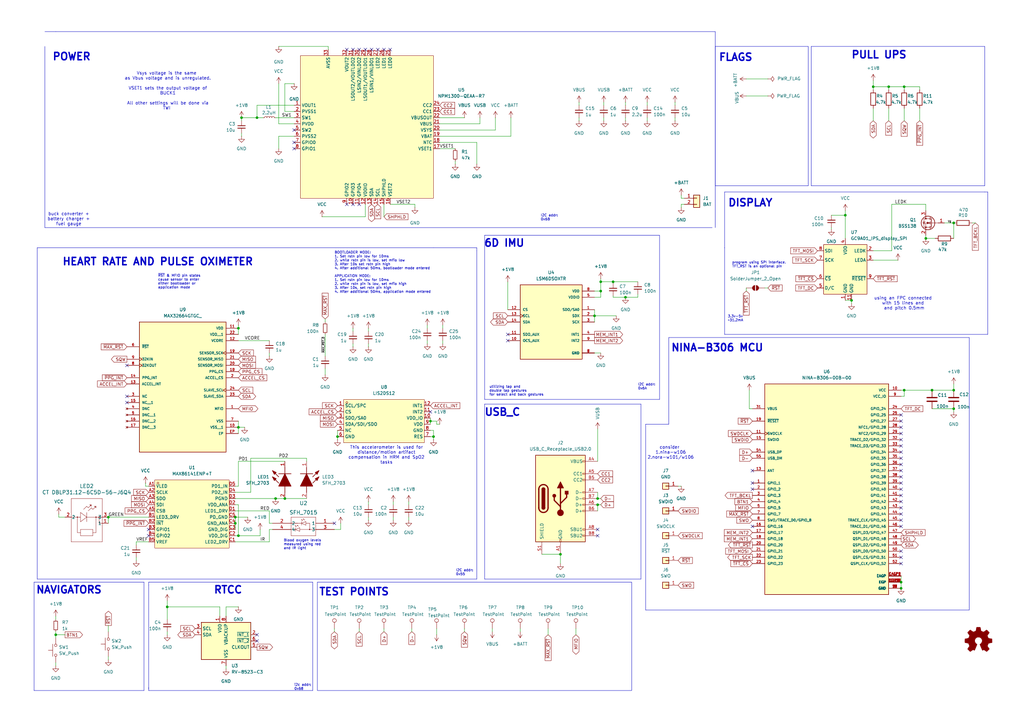
<source format=kicad_sch>
(kicad_sch (version 20231120) (generator "eeschema") (generator_version "8.0")
  (paper "A3")
  (title_block (title "MakerWatch") (date "2025-06-17") (rev "0.2") (company "https://github.com/atiaisaac/MakerWatch") (comment 1 "Designed by: Isaac Atia-Abugbilla"))
  (junction (at 369.57 238.76))
  (junction (at 245.11 204.47))
  (junction (at 116.84 204.47))
  (junction (at 229.87 227.33))
  (junction (at 382.27 160.02))
  (junction (at 96.52 214.63))
  (junction (at 105.41 48.26))
  (junction (at 97.79 219.71))
  (junction (at 176.53 172.72))
  (junction (at 349.25 123.19))
  (junction (at 113.03 204.47))
  (junction (at 256.54 121.92))
  (junction (at 97.79 134.62))
  (junction (at 22.86 260.35))
  (junction (at 391.16 91.44))
  (junction (at 97.79 175.26))
  (junction (at 246.38 119.38))
  (junction (at 370.84 35.56))
  (junction (at 369.57 241.3))
  (junction (at 246.38 115.57))
  (junction (at 391.16 160.02))
  (junction (at 44.45 212.09))
  (junction (at 358.14 35.56))
  (junction (at 364.49 35.56))
  (junction (at 370.84 160.02))
  (junction (at 138.43 179.07))
  (junction (at 99.06 48.26))
  (junction (at 391.16 167.64))
  (junction (at 68.58 248.92))
  (junction (at 379.73 97.79))
  (junction (at 177.8 179.07))
  (junction (at 251.46 115.57))
  (junction (at 243.84 129.54))
  (junction (at 346.71 88.265))
  (junction (at 245.11 207.01))
  (junction (at 96.52 212.09))
  (no_connect (at 369.57 215.9))
  (no_connect (at 369.57 175.26))
  (no_connect (at 152.4 20.32))
  (no_connect (at 144.78 20.32))
  (no_connect (at 369.57 205.74))
  (no_connect (at 369.57 190.5))
  (no_connect (at 120.65 53.34))
  (no_connect (at 308.61 193.04))
  (no_connect (at 308.61 215.9))
  (no_connect (at 144.78 83.82))
  (no_connect (at 52.07 165.1))
  (no_connect (at 369.57 210.82))
  (no_connect (at 369.57 182.88))
  (no_connect (at 142.24 83.82))
  (no_connect (at 369.57 172.72))
  (no_connect (at 369.57 193.04))
  (no_connect (at 137.16 214.63))
  (no_connect (at 369.57 195.58))
  (no_connect (at 308.61 200.66))
  (no_connect (at 105.41 262.89))
  (no_connect (at 369.57 180.34))
  (no_connect (at 369.57 185.42))
  (no_connect (at 149.86 20.32))
  (no_connect (at 369.57 228.6))
  (no_connect (at 369.57 231.14))
  (no_connect (at 245.11 219.71))
  (no_connect (at 369.57 213.36))
  (no_connect (at 369.57 200.66))
  (no_connect (at 52.07 149.86))
  (no_connect (at 208.28 139.7))
  (no_connect (at 208.28 137.16))
  (no_connect (at 154.94 20.32))
  (no_connect (at 142.24 20.32))
  (no_connect (at 369.57 177.8))
  (no_connect (at 147.32 20.32))
  (no_connect (at 60.96 217.17))
  (no_connect (at 120.65 60.96))
  (no_connect (at 160.02 20.32))
  (no_connect (at 105.41 260.35))
  (no_connect (at 369.57 187.96))
  (no_connect (at 369.57 203.2))
  (no_connect (at 120.65 58.42))
  (no_connect (at 176.53 168.91))
  (no_connect (at 369.57 198.12))
  (no_connect (at 369.57 226.06))
  (no_connect (at 369.57 170.18))
  (no_connect (at 60.96 219.71))
  (no_connect (at 369.57 208.28))
  (no_connect (at 52.07 162.56))
  (no_connect (at 245.11 217.17))
  (no_connect (at 308.61 198.12))
  (no_connect (at 147.32 83.82))
  (no_connect (at 157.48 20.32))
  (wire (pts (xy 346.71 86.36) (xy 346.71 88.265)))
  (wire (pts (xy 306.07 118.11) (xy 306.07 119.38)))
  (wire (pts (xy 387.35 91.44) (xy 391.16 91.44)))
  (wire (pts (xy 306.07 39.37) (xy 314.96 39.37)))
  (wire (pts (xy 96.52 201.93) (xy 102.87 201.93)))
  (wire (pts (xy 114.3 55.88) (xy 120.65 55.88)))
  (wire (pts (xy 59.69 198.12) (xy 59.69 199.39)))
  (wire (pts (xy 256.54 41.91) (xy 256.54 43.18)))
  (wire (pts (xy 179.07 173.99) (xy 179.07 172.72)))
  (wire (pts (xy 370.84 160.02) (xy 370.84 162.56)))
  (polyline (pts (xy 262.89 165.735) (xy 262.89 237.49)))
  (wire (pts (xy 370.84 44.45) (xy 370.84 49.53)))
  (wire (pts (xy 307.34 167.64) (xy 308.61 167.64)))
  (wire (pts (xy 137.16 257.81) (xy 137.16 259.08)))
  (wire (pts (xy 96.52 222.25) (xy 110.49 222.25)))
  (polyline (pts (xy 198.755 96.52) (xy 270.51 96.52)))
  (polyline (pts (xy 198.755 163.83) (xy 270.51 163.83)))
  (wire (pts (xy 377.19 35.56) (xy 370.84 35.56)))
  (polyline (pts (xy 274.32 173.99) (xy 264.795 173.99)))
  (wire (pts (xy 369.57 162.56) (xy 370.84 162.56)))
  (polyline (pts (xy 60.96 283.21) (xy 60.96 281.94)))
  (wire (pts (xy 365.76 83.82) (xy 379.73 83.82)))
  (wire (pts (xy 196.85 50.8) (xy 196.85 48.26)))
  (polyline (pts (xy 195.58 237.49) (xy 195.58 102.87)))
  (wire (pts (xy 96.52 199.39) (xy 97.79 199.39)))
  (wire (pts (xy 358.14 106.68) (xy 368.3 106.68)))
  (wire (pts (xy 229.87 227.33) (xy 229.87 231.14)))
  (wire (pts (xy 222.25 227.33) (xy 229.87 227.33)))
  (wire (pts (xy 306.07 32.385) (xy 314.96 32.385)))
  (wire (pts (xy 364.49 44.45) (xy 364.49 49.53)))
  (wire (pts (xy 133.35 130.81) (xy 133.35 132.08)))
  (wire (pts (xy 213.36 257.81) (xy 213.36 259.08)))
  (polyline (pts (xy 332.74 19.05) (xy 332.74 76.2)))
  (wire (pts (xy 190.5 257.81) (xy 190.5 259.08)))
  (polyline (pts (xy 198.755 165.735) (xy 262.89 165.735)))
  (wire (pts (xy 97.79 207.01) (xy 97.79 219.71)))
  (wire (pts (xy 280.67 81.28) (xy 279.4 81.28)))
  (wire (pts (xy 245.11 204.47) (xy 246.38 204.47)))
  (polyline (pts (xy 297.18 101.6) (xy 297.18 137.16)))
  (wire (pts (xy 99.06 54.61) (xy 99.06 55.88)))
  (wire (pts (xy 177.8 176.53) (xy 176.53 176.53)))
  (polyline (pts (xy 331.47 19.05) (xy 293.37 19.05)))
  (wire (pts (xy 97.79 133.35) (xy 97.79 134.62)))
  (polyline (pts (xy 405.13 78.74) (xy 405.13 137.16)))
  (polyline (pts (xy 270.51 163.83) (xy 270.51 96.52)))
  (wire (pts (xy 96.52 212.09) (xy 96.52 214.63)))
  (wire (pts (xy 279.4 85.09) (xy 279.4 83.82)))
  (wire (pts (xy 246.38 115.57) (xy 251.46 115.57)))
  (wire (pts (xy 44.45 212.09) (xy 60.96 212.09)))
  (wire (pts (xy 144.78 140.97) (xy 144.78 142.24)))
  (wire (pts (xy 243.84 121.92) (xy 246.38 121.92)))
  (wire (pts (xy 358.14 35.56) (xy 358.14 36.83)))
  (wire (pts (xy 24.13 212.09) (xy 24.13 210.82)))
  (wire (pts (xy 59.69 199.39) (xy 60.96 199.39)))
  (wire (pts (xy 278.13 199.39) (xy 279.4 199.39)))
  (wire (pts (xy 179.07 172.72) (xy 176.53 172.72)))
  (polyline (pts (xy 18.415 12.954) (xy 22.86 12.954)))
  (wire (pts (xy 247.65 41.91) (xy 247.65 43.18)))
  (polyline (pts (xy 13.97 238.76) (xy 59.055 238.76)))
  (wire (pts (xy 176.53 171.45) (xy 176.53 172.72)))
  (wire (pts (xy 97.79 175.26) (xy 97.79 177.8)))
  (wire (pts (xy 55.88 222.25) (xy 60.96 222.25)))
  (wire (pts (xy 151.13 212.09) (xy 151.13 213.36)))
  (wire (pts (xy 265.43 41.91) (xy 265.43 43.18)))
  (polyline (pts (xy 331.47 76.2) (xy 331.47 19.05)))
  (wire (pts (xy 22.86 260.35) (xy 26.67 260.35)))
  (wire (pts (xy 369.57 238.76) (xy 369.57 241.3)))
  (wire (pts (xy 176.53 172.72) (xy 176.53 173.99)))
  (wire (pts (xy 44.45 270.51) (xy 44.45 269.24)))
  (polyline (pts (xy 274.32 138.43) (xy 274.32 173.99)))
  (wire (pts (xy 105.41 48.26) (xy 107.95 48.26)))
  (wire (pts (xy 96.52 204.47) (xy 113.03 204.47)))
  (polyline (pts (xy 264.795 173.99) (xy 264.795 250.19)))
  (polyline (pts (xy 195.58 101.6) (xy 195.58 102.87)))
  (wire (pts (xy 110.49 214.63) (xy 110.49 209.55)))
  (polyline (pts (xy 274.32 138.43) (xy 397.51 138.43)))
  (wire (pts (xy 22.86 260.35) (xy 22.86 261.62)))
  (wire (pts (xy 251.46 121.92) (xy 256.54 121.92)))
  (wire (pts (xy 237.49 48.26) (xy 237.49 49.53)))
  (polyline (pts (xy 403.86 78.74) (xy 405.13 78.74)))
  (wire (pts (xy 201.93 257.81) (xy 201.93 259.08)))
  (polyline (pts (xy 293.37 19.05) (xy 293.37 20.32)))
  (wire (pts (xy 114.3 60.96) (xy 114.3 55.88)))
  (wire (pts (xy 177.8 180.34) (xy 177.8 179.07)))
  (polyline (pts (xy 403.86 78.74) (xy 297.18 78.74)))
  (wire (pts (xy 180.34 58.42) (xy 195.58 58.42)))
  (wire (pts (xy 105.41 43.18) (xy 105.41 48.26)))
  (wire (pts (xy 365.76 102.87) (xy 365.76 83.82)))
  (wire (pts (xy 261.62 121.92) (xy 261.62 120.65)))
  (wire (pts (xy 251.46 121.92) (xy 251.46 121.285)))
  (wire (pts (xy 180.34 48.26) (xy 190.5 48.26)))
  (wire (pts (xy 203.2 53.34) (xy 203.2 48.26)))
  (wire (pts (xy 92.71 248.92) (xy 97.79 248.92)))
  (polyline (pts (xy 13.97 238.76) (xy 13.97 283.21)))
  (polyline (pts (xy 264.795 250.19) (xy 397.51 250.19)))
  (wire (pts (xy 22.86 252.73) (xy 22.86 254)))
  (wire (pts (xy 99.06 48.26) (xy 105.41 48.26)))
  (wire (pts (xy 68.58 248.92) (xy 68.58 254)))
  (wire (pts (xy 120.65 50.8) (xy 114.3 50.8)))
  (wire (pts (xy 243.84 127) (xy 243.84 129.54)))
  (wire (pts (xy 186.69 66.04) (xy 186.69 67.31)))
  (wire (pts (xy 161.29 212.09) (xy 161.29 213.36)))
  (wire (pts (xy 251.46 116.205) (xy 251.46 115.57)))
  (wire (pts (xy 110.49 209.55) (xy 96.52 209.55)))
  (wire (pts (xy 55.88 228.6) (xy 55.88 229.87)))
  (wire (pts (xy 151.13 140.97) (xy 151.13 142.24)))
  (wire (pts (xy 22.86 273.05) (xy 22.86 271.78)))
  (wire (pts (xy 97.79 199.39) (xy 97.79 189.23)))
  (wire (pts (xy 144.78 134.62) (xy 144.78 135.89)))
  (wire (pts (xy 307.34 160.02) (xy 307.34 167.64)))
  (polyline (pts (xy 177.8 101.6) (xy 195.58 101.6)))
  (wire (pts (xy 97.79 189.23) (xy 116.84 189.23)))
  (wire (pts (xy 379.73 96.52) (xy 379.73 97.79)))
  (wire (pts (xy 369.57 160.02) (xy 370.84 160.02)))
  (polyline (pts (xy 293.37 12.954) (xy 293.37 93.345)))
  (wire (pts (xy 137.16 217.17) (xy 139.7 217.17)))
  (wire (pts (xy 391.16 91.44) (xy 391.16 97.79)))
  (wire (pts (xy 138.43 179.07) (xy 138.43 180.34)))
  (polyline (pts (xy 128.27 238.76) (xy 60.96 238.76)))
  (wire (pts (xy 24.13 212.09) (xy 26.67 212.09)))
  (wire (pts (xy 358.14 35.56) (xy 364.49 35.56)))
  (wire (pts (xy 116.84 204.47) (xy 125.73 204.47)))
  (polyline (pts (xy 13.97 283.21) (xy 59.055 283.21)))
  (wire (pts (xy 92.71 273.05) (xy 92.71 274.32)))
  (wire (pts (xy 180.34 173.99) (xy 179.07 173.99)))
  (wire (pts (xy 398.78 91.44) (xy 400.05 91.44)))
  (wire (pts (xy 149.86 88.9) (xy 149.86 83.82)))
  (wire (pts (xy 170.18 83.82) (xy 170.18 85.09)))
  (wire (pts (xy 379.73 97.79) (xy 383.54 97.79)))
  (wire (pts (xy 251.46 115.57) (xy 261.62 115.57)))
  (wire (pts (xy 245.11 201.93) (xy 245.11 204.47)))
  (wire (pts (xy 96.52 214.63) (xy 96.52 217.17)))
  (wire (pts (xy 243.84 129.54) (xy 243.84 132.08)))
  (wire (pts (xy 90.17 248.92) (xy 90.17 252.73)))
  (wire (pts (xy 243.84 129.54) (xy 252.73 129.54)))
  (wire (pts (xy 168.91 257.81) (xy 168.91 259.08)))
  (wire (pts (xy 99.06 49.53) (xy 99.06 48.26)))
  (wire (pts (xy 175.26 133.35) (xy 175.26 134.62)))
  (wire (pts (xy 132.08 88.9) (xy 149.86 88.9)))
  (wire (pts (xy 96.52 212.09) (xy 101.6 212.09)))
  (polyline (pts (xy 332.74 76.2) (xy 403.86 76.2)))
  (wire (pts (xy 195.58 58.42) (xy 195.58 67.31)))
  (wire (pts (xy 279.4 83.82) (xy 280.67 83.82)))
  (wire (pts (xy 147.32 257.81) (xy 147.32 259.08)))
  (polyline (pts (xy 403.86 76.2) (xy 403.86 19.05)))
  (wire (pts (xy 382.27 167.64) (xy 391.16 167.64)))
  (wire (pts (xy 106.68 219.71) (xy 97.79 219.71)))
  (wire (pts (xy 110.49 222.25) (xy 110.49 217.17)))
  (wire (pts (xy 134.62 19.05) (xy 134.62 20.32)))
  (wire (pts (xy 176.53 179.07) (xy 177.8 179.07)))
  (wire (pts (xy 209.55 48.26) (xy 209.55 55.88)))
  (wire (pts (xy 180.34 60.96) (xy 186.69 60.96)))
  (wire (pts (xy 340.995 93.345) (xy 340.995 93.98)))
  (wire (pts (xy 139.7 217.17) (xy 139.7 214.63)))
  (wire (pts (xy 246.38 115.57) (xy 246.38 114.3)))
  (polyline (pts (xy 293.37 19.05) (xy 293.37 76.2)))
  (wire (pts (xy 256.54 48.26) (xy 256.54 49.53)))
  (wire (pts (xy 358.14 33.02) (xy 358.14 35.56)))
  (wire (pts (xy 349.25 123.19) (xy 349.25 124.46)))
  (wire (pts (xy 113.03 48.26) (xy 120.65 48.26)))
  (wire (pts (xy 120.65 43.18) (xy 105.41 43.18)))
  (polyline (pts (xy 198.755 237.49) (xy 262.89 237.49)))
  (wire (pts (xy 346.71 123.19) (xy 349.25 123.19)))
  (wire (pts (xy 358.14 44.45) (xy 358.14 49.53)))
  (wire (pts (xy 110.49 214.63) (xy 111.76 214.63)))
  (polyline (pts (xy 198.755 96.52) (xy 198.755 163.83)))
  (wire (pts (xy 157.48 257.81) (xy 157.48 259.08)))
  (polyline (pts (xy 22.86 12.954) (xy 293.37 12.954)))
  (polyline (pts (xy 128.27 283.21) (xy 60.96 283.21)))
  (wire (pts (xy 110.49 217.17) (xy 111.76 217.17)))
  (wire (pts (xy 102.87 201.93) (xy 102.87 187.96)))
  (wire (pts (xy 68.58 246.38) (xy 68.58 248.92)))
  (wire (pts (xy 369.57 236.22) (xy 369.57 238.76)))
  (wire (pts (xy 177.8 179.07) (xy 177.8 176.53)))
  (wire (pts (xy 97.79 219.71) (xy 96.52 219.71)))
  (wire (pts (xy 160.02 83.82) (xy 170.18 83.82)))
  (polyline (pts (xy 59.055 283.21) (xy 59.055 238.76)))
  (wire (pts (xy 245.11 207.01) (xy 245.11 209.55)))
  (wire (pts (xy 377.19 44.45) (xy 377.19 49.53)))
  (wire (pts (xy 151.13 134.62) (xy 151.13 135.89)))
  (polyline (pts (xy 15.24 101.6) (xy 177.8 101.6)))
  (wire (pts (xy 97.79 134.62) (xy 97.79 137.16)))
  (wire (pts (xy 133.35 137.16) (xy 133.35 146.05)))
  (wire (pts (xy 133.35 151.13) (xy 133.35 153.67)))
  (wire (pts (xy 180.34 50.8) (xy 196.85 50.8)))
  (wire (pts (xy 246.38 121.92) (xy 246.38 119.38)))
  (wire (pts (xy 181.61 133.35) (xy 181.61 134.62)))
  (wire (pts (xy 116.84 34.29) (xy 116.84 45.72)))
  (polyline (pts (xy 297.18 101.6) (xy 297.18 101.6)))
  (polyline (pts (xy 293.37 76.2) (xy 331.47 76.2)))
  (wire (pts (xy 245.11 207.01) (xy 246.38 207.01)))
  (wire (pts (xy 110.49 144.78) (xy 110.49 146.05)))
  (wire (pts (xy 224.79 257.81) (xy 224.79 260.35)))
  (wire (pts (xy 167.64 205.74) (xy 167.64 207.01)))
  (wire (pts (xy 138.43 176.53) (xy 138.43 179.07)))
  (wire (pts (xy 120.65 34.29) (xy 116.84 34.29)))
  (wire (pts (xy 245.11 175.895) (xy 245.11 189.23)))
  (polyline (pts (xy 195.58 237.49) (xy 15.24 237.49)))
  (wire (pts (xy 55.88 223.52) (xy 55.88 222.25)))
  (wire (pts (xy 68.58 248.92) (xy 90.17 248.92)))
  (wire (pts (xy 116.84 204.47) (xy 113.03 204.47)))
  (polyline (pts (xy 397.51 250.19) (xy 397.51 138.43)))
  (wire (pts (xy 246.38 144.78) (xy 243.84 144.78)))
  (wire (pts (xy 208.28 127) (xy 208.28 115.57)))
  (wire (pts (xy 382.27 160.02) (xy 391.16 160.02)))
  (polyline (pts (xy 292.1 93.345) (xy 18.415 93.345)))
  (wire (pts (xy 391.16 157.48) (xy 391.16 160.02)))
  (wire (pts (xy 237.49 41.91) (xy 237.49 43.18)))
  (wire (pts (xy 68.58 259.08) (xy 68.58 260.35)))
  (wire (pts (xy 209.55 55.88) (xy 180.34 55.88)))
  (wire (pts (xy 265.43 48.26) (xy 265.43 49.53)))
  (polyline (pts (xy 128.27 240.03) (xy 128.27 238.76)))
  (wire (pts (xy 377.19 36.83) (xy 377.19 35.56)))
  (wire (pts (xy 256.54 121.92) (xy 261.62 121.92)))
  (wire (pts (xy 180.34 53.34) (xy 203.2 53.34)))
  (wire (pts (xy 276.86 41.91) (xy 276.86 43.18)))
  (wire (pts (xy 114.3 19.05) (xy 134.62 19.05)))
  (wire (pts (xy 313.69 118.11) (xy 314.96 118.11)))
  (wire (pts (xy 96.52 207.01) (xy 97.79 207.01)))
  (wire (pts (xy 44.45 212.09) (xy 44.45 214.63)))
  (wire (pts (xy 114.3 50.8) (xy 114.3 34.29)))
  (polyline (pts (xy 297.18 137.16) (xy 405.13 137.16)))
  (wire (pts (xy 370.84 35.56) (xy 370.84 36.83)))
  (polyline (pts (xy 128.27 240.03) (xy 128.27 283.21)))
  (wire (pts (xy 151.13 205.74) (xy 151.13 207.01)))
  (wire (pts (xy 391.16 167.64) (xy 391.16 168.91)))
  (wire (pts (xy 364.49 35.56) (xy 370.84 35.56)))
  (wire (pts (xy 125.73 187.96) (xy 125.73 189.23)))
  (polyline (pts (xy 332.74 19.05) (xy 403.86 19.05)))
  (polyline (pts (xy 198.755 237.49) (xy 198.755 165.735)))
  (wire (pts (xy 179.07 257.81) (xy 179.07 260.35)))
  (wire (pts (xy 106.68 217.17) (xy 106.68 219.71)))
  (wire (pts (xy 116.84 45.72) (xy 120.65 45.72)))
  (wire (pts (xy 236.22 257.81) (xy 236.22 260.35)))
  (polyline (pts (xy 60.96 238.76) (xy 60.96 240.03)))
  (wire (pts (xy 175.26 139.7) (xy 175.26 140.97)))
  (wire (pts (xy 181.61 139.7) (xy 181.61 140.97)))
  (wire (pts (xy 92.71 248.92) (xy 92.71 252.73)))
  (wire (pts (xy 346.71 88.265) (xy 346.71 97.79)))
  (wire (pts (xy 97.79 175.26) (xy 100.33 175.26)))
  (polyline (pts (xy 297.18 78.74) (xy 297.18 101.6)))
  (polyline (pts (xy 18.415 19.05) (xy 18.415 93.345)))
  (wire (pts (xy 44.45 256.54) (xy 44.45 259.08)))
  (wire (pts (xy 364.49 35.56) (xy 364.49 36.83)))
  (wire (pts (xy 246.38 119.38) (xy 246.38 115.57)))
  (wire (pts (xy 22.86 259.08) (xy 22.86 260.35)))
  (wire (pts (xy 161.29 205.74) (xy 161.29 207.01)))
  (wire (pts (xy 276.86 48.26) (xy 276.86 49.53)))
  (wire (pts (xy 157.48 88.9) (xy 157.48 83.82)))
  (wire (pts (xy 370.84 160.02) (xy 382.27 160.02)))
  (wire (pts (xy 97.79 139.7) (xy 110.49 139.7)))
  (wire (pts (xy 167.64 212.09) (xy 167.64 213.36)))
  (wire (pts (xy 358.14 102.87) (xy 365.76 102.87)))
  (wire (pts (xy 379.73 83.82) (xy 379.73 86.36)))
  (wire (pts (xy 279.4 81.28) (xy 279.4 80.01)))
  (wire (pts (xy 340.995 88.265) (xy 346.71 88.265)))
  (wire (pts (xy 97.79 172.72) (xy 97.79 175.26)))
  (wire (pts (xy 243.84 119.38) (xy 246.38 119.38)))
  (polyline (pts (xy 60.96 240.03) (xy 60.96 282.575)))
  (wire (pts (xy 247.65 48.26) (xy 247.65 49.53)))
  (wire (pts (xy 102.87 187.96) (xy 125.73 187.96)))
  (polyline (pts (xy 15.24 101.6) (xy 15.24 237.49)))
  (rectangle (start 130.175 238.76) (end 259.08 283.21))
  (text "3.3v-5v\n~31.2mA" (at 298.45 132.08 0) (effects (font (size 1 1)) (justify left bottom)))
  (text "NAVIGATORS" (at 14.605 243.84 0) (effects (font (size 3 3) (thickness 0.6) (bold yes)) (justify left bottom)))
  (text "RTCC" (at 99.568 243.84 0) (effects (font (size 3 3) (thickness 0.6) (bold yes)) (justify right bottom)))
  (text "~{RST} & MFIO pin states\ncause sensor to enter\neither bootloader or\napplication mode" (at 64.77 118.618 0) (effects (font (size 1 1)) (justify left bottom)))
  (text "utilizing tap and \ndouble tap gestures \nfor select and back gestures" (at 200.66 162.56 0) (effects (font (size 1 1)) (justify left bottom)))
  (text "DISPLAY" (at 298.45 85.09 0) (effects (font (size 3 3) (thickness 0.6) (bold yes)) (justify left bottom)))
  (text "This accelerometer is used for\ndistance/motion artifact\ncompensation in HRM and SpO2\ntasks" (at 158.496 186.69 0) (effects (font (size 1.27 1.27))))
  (text "using an FPC connected \nwith 15 lines and \nand pitch 0.5mm" (at 370.84 124.46 0) (effects (font (size 1.27 1.27))))
  (text "i2c addr:\n0x68" (at 120.65 283.21 0) (effects (font (size 1 1)) (justify left bottom)))
  (text "program using SPI interface. \nTFT_RST is an optional pin" (at 300.228 109.982 0) (effects (font (size 1 1)) (justify left bottom)))
  (text "consider \n1.nina-w106\n2.nora-w101/w106" (at 275.082 185.674 0) (effects (font (size 1.27 1.27))))
  (text "I2C addr:\n0x6A\n" (at 261.62 160.02 0) (effects (font (size 1 1)) (justify left bottom)))
  (text "USB_C\n" (at 213.614 170.942 0) (effects (font (size 3 3) (thickness 0.6) (bold yes)) (justify right bottom)))
  (text "Blood oxygen levels \nmeasured using red \nand IR light" (at 116.332 225.552 0) (effects (font (size 1 1)) (justify left bottom)))
  (text "HEART RATE AND PULSE OXIMETER" (at 25.4 109.22 0) (effects (font (size 3 3) (thickness 0.6) (bold yes)) (justify left bottom)))
  (text "buck converter +\nbattery charger +\nfuel gauge" (at 28.194 89.916 0) (effects (font (size 1.27 1.27))))
  (text "POWER" (at 21.336 25.146 0) (effects (font (size 3 3) (thickness 0.6) (bold yes)) (justify left bottom)))
  (text "6D IMU" (at 198.374 101.6 0) (effects (font (size 3 3) (thickness 0.6) (bold yes)) (justify left bottom)))
  (text "FLAGS" (at 294.64 25.4 0) (effects (font (size 3 3) (thickness 0.6) (bold yes)) (justify left bottom)))
  (text "BOOTLOADER MODE:\n1. Set rstn pin low for 10ms\n2. while rstn pin is low, set mfio low\n3. After 10s set rstn pin high\n4. After additional 50ms, bootloader mode entered\n\nAPPLICATION MODE:\n1. Set rstn pin low for 10ms\n2. while rstn pin is low, set mfio high\n3. After 10s, set rstn pin high\n4. After additional 50ms, application mode entered" (at 137.16 120.396 0) (effects (font (size 1 1)) (justify left bottom)))
  (text "TEST POINTS" (at 159.766 244.602 0) (effects (font (size 3 3) (thickness 0.6) (bold yes)) (justify right bottom)))
  (text "PULL UPS\n" (at 348.996 24.384 0) (effects (font (size 3 3) (thickness 0.6) (bold yes)) (justify left bottom)))
  (text "Vsys voltage is the same \nas Vbus voltage and is unregulated.\n\nVSET1 sets the output voltage of\nBUCK1\n\nAll other settings will be done via\nTWI " (at 68.834 37.338 0) (effects (font (size 1.27 1.27))))
  (text "I2C addr:\n0x55" (at 186.944 236.22 0) (effects (font (size 1 1)) (justify left bottom)))
  (text "NINA-B306 MCU" (at 275.082 144.526 0) (effects (font (size 3 3) (thickness 0.6) (bold yes)) (justify left bottom)))
  (text "I2C addr:\n0x6B\n" (at 221.742 90.678 0) (effects (font (size 1 1)) (justify left bottom)))
  (label "~{MAX_RST_0}" (at 133.35 144.78 90) (effects (font (size 0.8 0.8) (italic yes))))
  (label "LEDK" (at 367.03 83.82 0))
  (label "PD1" (at 97.79 189.23 0))
  (label "VSET2" (at 162.56 83.82 0))
  (label "VREF" (at 55.88 222.25 0))
  (label "PD2" (at 114.3 187.96 0))
  (label "SW1" (at 115.57 48.26 0))
  (label "Vg" (at 388.62 91.44 0) (effects (font (size 0.8 0.8) (italic yes))))
  (label "VSET1" (at 180.34 60.96 0))
  (label "GREEN" (at 44.45 212.09 0))
  (label "VCORE" (at 100.33 139.7 0))
  (label "IR" (at 106.68 222.25 0))
  (label "RED" (at 106.68 209.55 0))
  (global_label "SDA" (shape bidirectional) (at 97.79 162.56 0) (property "Intersheetrefs" "${INTERSHEET_REFS}" (effects (hide yes))))
  (global_label "BTN1" (shape output) (at 26.67 260.35 0) (property "Intersheetrefs" "${INTERSHEET_REFS}" (effects (hide yes))))
  (global_label "SQW" (shape input) (at 370.84 49.53 270) (property "Intersheetrefs" "${INTERSHEET_REFS}" (effects (hide yes))))
  (global_label "SWO" (shape input) (at 308.61 213.36 180) (property "Intersheetrefs" "${INTERSHEET_REFS}" (effects (hide yes))))
  (global_label "SCK" (shape input) (at 60.96 201.93 180) (property "Intersheetrefs" "${INTERSHEET_REFS}" (effects (hide yes))))
  (global_label "~{PPG_INT}" (shape input) (at 60.96 214.63 180) (property "Intersheetrefs" "${INTERSHEET_REFS}" (effects (hide yes))))
  (global_label "MOSI" (shape input) (at 138.43 173.99 180) (property "Intersheetrefs" "${INTERSHEET_REFS}" (effects (hide yes))))
  (global_label "SDA" (shape bidirectional) (at 208.28 132.08 180) (property "Intersheetrefs" "${INTERSHEET_REFS}" (effects (hide yes))))
  (global_label "SDA" (shape bidirectional) (at 358.14 49.53 270) (property "Intersheetrefs" "${INTERSHEET_REFS}" (effects (hide yes))))
  (global_label "~{MAX_RST}" (shape input) (at 133.35 130.81 90) (property "Intersheetrefs" "${INTERSHEET_REFS}" (effects (hide yes))))
  (global_label "~{TFT_CS}" (shape input) (at 335.28 114.3 180) (property "Intersheetrefs" "${INTERSHEET_REFS}" (effects (hide yes))))
  (global_label "ACCEL_INT" (shape input) (at 176.53 166.37 0) (property "Intersheetrefs" "${INTERSHEET_REFS}" (effects (hide yes))))
  (global_label "D-" (shape input) (at 308.61 187.96 180) (property "Intersheetrefs" "${INTERSHEET_REFS}" (effects (hide yes))))
  (global_label "~{MAX_RST}" (shape input) (at 224.79 260.35 270) (property "Intersheetrefs" "${INTERSHEET_REFS}" (effects (hide yes))))
  (global_label "MFIO" (shape input) (at 308.61 208.28 180) (property "Intersheetrefs" "${INTERSHEET_REFS}" (effects (hide yes))))
  (global_label "TFT_BCKL" (shape input) (at 400.05 91.44 270) (property "Intersheetrefs" "${INTERSHEET_REFS}" (effects (hide yes))))
  (global_label "SCL" (shape input) (at 97.79 160.02 0) (property "Intersheetrefs" "${INTERSHEET_REFS}" (effects (hide yes))))
  (global_label "SDA" (shape bidirectional) (at 369.57 223.52 0) (property "Intersheetrefs" "${INTERSHEET_REFS}" (effects (hide yes))))
  (global_label "SWDIO" (shape input) (at 308.61 180.34 180) (property "Intersheetrefs" "${INTERSHEET_REFS}" (effects (hide yes))))
  (global_label "~{RST}" (shape input) (at 278.13 229.87 0) (property "Intersheetrefs" "${INTERSHEET_REFS}" (effects (hide yes))))
  (global_label "SCK" (shape input) (at 97.79 144.78 0) (property "Intersheetrefs" "${INTERSHEET_REFS}" (effects (hide yes))))
  (global_label "TFT_SCK" (shape output) (at 308.61 228.6 180) (property "Intersheetrefs" "${INTERSHEET_REFS}" (effects (hide yes))))
  (global_label "SHPHLD" (shape input) (at 157.48 88.9 0) (property "Intersheetrefs" "${INTERSHEET_REFS}" (effects (hide yes))))
  (global_label "CC2" (shape input) (at 180.34 43.18 0) (property "Intersheetrefs" "${INTERSHEET_REFS}" (effects (hide yes))))
  (global_label "D-" (shape input) (at 168.91 259.08 270) (property "Intersheetrefs" "${INTERSHEET_REFS}" (effects (hide yes))))
  (global_label "SQW" (shape output) (at 105.41 265.43 0) (property "Intersheetrefs" "${INTERSHEET_REFS}" (effects (hide yes))))
  (global_label "BTN1" (shape input) (at 308.61 205.74 180) (property "Intersheetrefs" "${INTERSHEET_REFS}" (effects (hide yes))))
  (global_label "SDA" (shape bidirectional) (at 152.4 83.82 270) (property "Intersheetrefs" "${INTERSHEET_REFS}" (effects (hide yes))))
  (global_label "MISO" (shape input) (at 97.79 147.32 0) (property "Intersheetrefs" "${INTERSHEET_REFS}" (effects (hide yes))))
  (global_label "SCL" (shape input) (at 364.49 49.53 270) (property "Intersheetrefs" "${INTERSHEET_REFS}" (effects (hide yes))))
  (global_label "PPG_CS" (shape input) (at 60.96 209.55 180) (property "Intersheetrefs" "${INTERSHEET_REFS}" (effects (hide yes))))
  (global_label "TFT_DC" (shape input) (at 369.57 167.64 0) (property "Intersheetrefs" "${INTERSHEET_REFS}" (effects (hide yes))))
  (global_label "MISO" (shape input) (at 60.96 204.47 180) (property "Intersheetrefs" "${INTERSHEET_REFS}" (effects (hide yes))))
  (global_label "TFT_MOSI" (shape input) (at 308.61 226.06 180) (property "Intersheetrefs" "${INTERSHEET_REFS}" (effects (hide yes))))
  (global_label "~{MAX_RST}" (shape input) (at 308.61 210.82 180) (property "Intersheetrefs" "${INTERSHEET_REFS}" (effects (hide yes))))
  (global_label "SCL" (shape input) (at 147.32 259.08 270) (property "Intersheetrefs" "${INTERSHEET_REFS}" (effects (hide yes))))
  (global_label "ACCEL_CS" (shape input) (at 97.79 154.94 0) (property "Intersheetrefs" "${INTERSHEET_REFS}" (effects (hide yes))))
  (global_label "SQW" (shape output) (at 52.07 147.32 180) (property "Intersheetrefs" "${INTERSHEET_REFS}" (effects (hide yes))))
  (global_label "MOSI" (shape input) (at 97.79 149.86 0) (property "Intersheetrefs" "${INTERSHEET_REFS}" (effects (hide yes))))
  (global_label "~{MAX_RST}" (shape input) (at 52.07 142.24 180) (property "Intersheetrefs" "${INTERSHEET_REFS}" (effects (hide yes))))
  (global_label "ACCEL_INT" (shape input) (at 52.07 157.48 180) (property "Intersheetrefs" "${INTERSHEET_REFS}" (effects (hide yes))))
  (global_label "SWDCLK" (shape input) (at 278.13 219.71 0) (property "Intersheetrefs" "${INTERSHEET_REFS}" (effects (hide yes))))
  (global_label "TFT_MOSI" (shape input) (at 335.28 102.87 180) (property "Intersheetrefs" "${INTERSHEET_REFS}" (effects (hide yes))))
  (global_label "D+" (shape input) (at 308.61 185.42 180) (property "Intersheetrefs" "${INTERSHEET_REFS}" (effects (hide yes))))
  (global_label "SCL" (shape output) (at 369.57 220.98 0) (property "Intersheetrefs" "${INTERSHEET_REFS}" (effects (hide yes))))
  (global_label "SCK" (shape input) (at 138.43 166.37 180) (property "Intersheetrefs" "${INTERSHEET_REFS}" (effects (hide yes))))
  (global_label "MFIO" (shape bidirectional) (at 97.79 167.64 0) (property "Intersheetrefs" "${INTERSHEET_REFS}" (effects (hide yes))))
  (global_label "~{RST}" (shape input) (at 308.61 172.72 180) (property "Intersheetrefs" "${INTERSHEET_REFS}" (effects (hide yes))))
  (global_label "SQW" (shape input) (at 190.5 259.08 270) (property "Intersheetrefs" "${INTERSHEET_REFS}" (effects (hide yes))))
  (global_label "SDA" (shape bidirectional) (at 80.01 260.35 180) (property "Intersheetrefs" "${INTERSHEET_REFS}" (effects (hide yes))))
  (global_label "~{RST}" (shape input) (at 314.96 118.11 0) (property "Intersheetrefs" "${INTERSHEET_REFS}" (effects (hide yes))))
  (global_label "D-" (shape input) (at 246.38 204.47 0) (property "Intersheetrefs" "${INTERSHEET_REFS}" (effects (hide yes))))
  (global_label "D+" (shape input) (at 246.38 207.01 0) (property "Intersheetrefs" "${INTERSHEET_REFS}" (effects (hide yes))))
  (global_label "SHPHLD" (shape input) (at 369.57 218.44 0) (property "Intersheetrefs" "${INTERSHEET_REFS}" (effects (hide yes))))
  (global_label "TFT_DC" (shape input) (at 335.28 118.11 180) (property "Intersheetrefs" "${INTERSHEET_REFS}" (effects (hide yes))))
  (global_label "TFT_SCK" (shape input) (at 335.28 106.68 180) (property "Intersheetrefs" "${INTERSHEET_REFS}" (effects (hide yes))))
  (global_label "SCL" (shape input) (at 208.28 129.54 180) (property "Intersheetrefs" "${INTERSHEET_REFS}" (effects (hide yes))))
  (global_label "MEM_INT2" (shape input) (at 308.61 218.44 180) (property "Intersheetrefs" "${INTERSHEET_REFS}" (effects (hide yes))))
  (global_label "CC2" (shape input) (at 245.11 196.85 0) (property "Intersheetrefs" "${INTERSHEET_REFS}" (effects (hide yes))))
  (global_label "~{PPG_INT}" (shape input) (at 377.19 49.53 270) (property "Intersheetrefs" "${INTERSHEET_REFS}" (effects (hide yes))))
  (global_label "SWDIO" (shape input) (at 278.13 209.55 0) (property "Intersheetrefs" "${INTERSHEET_REFS}" (effects (hide yes))))
  (global_label "CC1" (shape input) (at 245.11 194.31 0) (property "Intersheetrefs" "${INTERSHEET_REFS}" (effects (hide yes))))
  (global_label "MEM_INT2" (shape output) (at 243.84 139.7 0) (property "Intersheetrefs" "${INTERSHEET_REFS}" (effects (hide yes))))
  (global_label "TFT_BCKL" (shape output) (at 308.61 203.2 180) (property "Intersheetrefs" "${INTERSHEET_REFS}" (effects (hide yes))))
  (global_label "~{TFT_RST}" (shape output) (at 308.61 223.52 180) (property "Intersheetrefs" "${INTERSHEET_REFS}" (effects (hide yes))))
  (global_label "PPG_CS" (shape input) (at 97.79 152.4 0) (property "Intersheetrefs" "${INTERSHEET_REFS}" (effects (hide yes))))
  (global_label "~{PPG_INT}" (shape input) (at 52.07 154.94 180) (property "Intersheetrefs" "${INTERSHEET_REFS}" (effects (hide yes))))
  (global_label "SDA" (shape bidirectional) (at 137.16 259.08 270) (property "Intersheetrefs" "${INTERSHEET_REFS}" (effects (hide yes))))
  (global_label "~{TFT_RST}" (shape input) (at 358.14 114.3 0) (property "Intersheetrefs" "${INTERSHEET_REFS}" (effects (hide yes))))
  (global_label "~{TFT_RST}" (shape input) (at 306.07 119.38 270) (property "Intersheetrefs" "${INTERSHEET_REFS}" (effects (hide yes))))
  (global_label "MISO" (shape input) (at 138.43 171.45 180) (property "Intersheetrefs" "${INTERSHEET_REFS}" (effects (hide yes))))
  (global_label "SCL" (shape input) (at 154.94 83.82 270) (property "Intersheetrefs" "${INTERSHEET_REFS}" (effects (hide yes))))
  (global_label "SWO" (shape input) (at 278.13 240.03 0) (property "Intersheetrefs" "${INTERSHEET_REFS}" (effects (hide yes))))
  (global_label "SCL" (shape input) (at 80.01 257.81 180) (property "Intersheetrefs" "${INTERSHEET_REFS}" (effects (hide yes))))
  (global_label "~{RST}" (shape output) (at 44.45 256.54 90) (property "Intersheetrefs" "${INTERSHEET_REFS}" (effects (hide yes))))
  (global_label "D+" (shape input) (at 157.48 259.08 270) (property "Intersheetrefs" "${INTERSHEET_REFS}" (effects (hide yes))))
  (global_label "~{TFT_CS}" (shape input) (at 308.61 231.14 180) (property "Intersheetrefs" "${INTERSHEET_REFS}" (effects (hide yes))))
  (global_label "MEM_INT1" (shape output) (at 243.84 137.16 0) (property "Intersheetrefs" "${INTERSHEET_REFS}" (effects (hide yes))))
  (global_label "CC1" (shape input) (at 180.34 45.72 0) (property "Intersheetrefs" "${INTERSHEET_REFS}" (effects (hide yes))))
  (global_label "SWDCLK" (shape input) (at 308.61 177.8 180) (property "Intersheetrefs" "${INTERSHEET_REFS}" (effects (hide yes))))
  (global_label "MEM_INT1" (shape input) (at 308.61 220.98 180) (property "Intersheetrefs" "${INTERSHEET_REFS}" (effects (hide yes))))
  (global_label "MFIO" (shape bidirectional) (at 236.22 260.35 270) (property "Intersheetrefs" "${INTERSHEET_REFS}" (effects (hide yes))))
  (global_label "MOSI" (shape input) (at 60.96 207.01 180) (property "Intersheetrefs" "${INTERSHEET_REFS}" (effects (hide yes))))
  (global_label "ACCEL_CS" (shape input) (at 138.43 168.91 180) (property "Intersheetrefs" "${INTERSHEET_REFS}" (effects (hide yes))))
  (symbol (lib_id "Jumper:SolderJumper_2_Open") (at 309.88 118.11 0) (unit 1) (exclude_from_sim yes) (in_bom no)
    (property "Reference" "JP1" (at 309.88 111.76 0))
    (property "Value" "SolderJumper_2_Open" (at 309.88 114.3 0))
    (property "Footprint" "Jumper:SolderJumper-2_P1.3mm_Open_RoundedPad1.0x1.5mm" (effects (hide yes)))
    (property "Description" "Solder Jumper, 2-pole, open" (effects (hide yes)))
  )
  (symbol (lib_name "VBUS_1") (lib_id "power:VBUS") (at 190.5 48.26 0) (unit 1)
    (property "Reference" "#PWR9" (effects (hide yes)))
    (property "Value" "VBUS" (at 190.5 43.18 0))
    (property "Description" "Power symbol creates a global label with name \"VBUS\"" (effects (hide yes)))
  )
  (symbol (lib_id "Device:R") (at 364.49 40.64 0) (unit 1)
    (property "Reference" "R5" (at 365.76 39.37 0) (effects (justify left)))
    (property "Value" "4.7k" (at 365.506 41.91 0) (effects (justify left)))
    (property "Footprint" "Resistor_SMD:R_0603_1608Metric" (effects (hide yes)))
  )
  (symbol (lib_id "power:+1V8") (at 68.58 246.38 0) (unit 1)
    (property "Reference" "#PWR10" (effects (hide yes)))
    (property "Value" "+1V8" (at 68.58 241.3 0))
    (property "Description" "Power symbol creates a global label with name \"+1V8\"" (effects (hide yes)))
  )
  (symbol (lib_id "Device:R_Small") (at 186.69 63.5 0) (unit 1)
    (property "Reference" "R1" (at 189.23 62.2299 0) (effects (justify left)))
    (property "Value" "47k" (at 189.23 64.7699 0) (effects (justify left)))
    (property "Footprint" "Resistor_SMD:R_0603_1608Metric" (effects (hide yes)))
    (property "Description" "Resistor, small symbol" (effects (hide yes)))
  )
  (symbol (lib_id "Timer_RTC:RV-8523-C3") (at 92.71 262.89 0) (unit 1)
    (property "Reference" "U3" (at 94.9041 273.05 0) (effects (justify left)))
    (property "Value" "RV-8523-C3" (at 94.9041 275.59 0) (effects (justify left)))
    (property "Footprint" "Package_SON:RTC_SMD_MicroCrystal_C3_2.5x3.7mm" (effects (hide yes)))
    (property "Datasheet" "https://www.microcrystal.com/fileadmin/Media/Products/RTC/Datasheet/RV-8523-C3.pdf" (effects (hide yes)))
    (property "Description" "Realtime Clock/Calendar I2C Interface, Low Power, 1.2 V to 5.5 V, MicroCrystal C3" (effects (hide yes)))
    (property "LCSC Part" "C5366557" (effects (hide yes)))
  )
  (symbol (lib_id "power:VBUS") (at 306.07 39.37 90) (unit 1)
    (property "Reference" "#PWR32" (effects (hide yes)))
    (property "Value" "VBUS" (at 302.26 37.465 0) (effects (justify right)))
  )
  (symbol (lib_id "Connector:TestPoint") (at 137.16 257.81 0) (unit 1)
    (property "Reference" "TP1" (at 135.382 249.174 0) (effects (justify left)))
    (property "Value" "TestPoint" (at 133.096 251.968 0) (effects (justify left)))
    (property "Footprint" "TestPoint:TestPoint_Pad_D1.0mm" (effects (hide yes)))
    (property "Description" "test point" (effects (hide yes)))
  )
  (symbol (lib_id "Device:C_Small") (at 340.995 90.805 0) (mirror x) (unit 1)
    (property "Reference" "C10" (at 337.82 89.5285 0) (effects (justify right)))
    (property "Value" "100n" (at 337.82 92.0685 0) (effects (justify right)))
    (property "Footprint" "Capacitor_SMD:C_0603_1608Metric" (effects (hide yes)))
  )
  (symbol (lib_id "power:VCC") (at 132.08 88.9 0) (unit 1)
    (property "Reference" "#PWR24" (effects (hide yes)))
    (property "Value" "VCC" (at 132.08 83.82 0))
    (property "Description" "Power symbol creates a global label with name \"VCC\"" (effects (hide yes)))
  )
  (symbol (lib_id "power:GND") (at 22.86 273.05 0) (unit 1)
    (property "Reference" "#PWR59" (effects (hide yes)))
    (property "Value" "GND" (at 22.86 278.13 0))
  )
  (symbol (lib_id "Device:C_Small") (at 110.49 142.24 0) (unit 1)
    (property "Reference" "C18" (at 113.03 140.9763 0) (effects (justify left)))
    (property "Value" "1u" (at 113.03 143.5163 0) (effects (justify left)))
    (property "Footprint" "Capacitor_SMD:C_0603_1608Metric" (effects (hide yes)))
  )
  (symbol (lib_id "Connector:TestPoint") (at 201.93 257.81 0) (unit 1)
    (property "Reference" "TP7" (at 200.152 249.174 0) (effects (justify left)))
    (property "Value" "TestPoint" (at 197.866 251.968 0) (effects (justify left)))
    (property "Footprint" "TestPoint:TestPoint_Pad_D1.0mm" (effects (hide yes)))
    (property "Description" "test point" (effects (hide yes)))
  )
  (symbol (lib_id "Device:C_Small") (at 247.65 45.72 0) (unit 1)
    (property "Reference" "C6" (at 250.19 44.4562 0) (effects (justify left)))
    (property "Value" "1u" (at 250.19 46.9962 0) (effects (justify left)))
    (property "Footprint" "Capacitor_SMD:C_0603_1608Metric" (effects (hide yes)))
    (property "Description" "Unpolarized capacitor, small symbol" (effects (hide yes)))
  )
  (symbol (lib_id "Device:C_Small") (at 133.35 148.59 0) (unit 1)
    (property "Reference" "C1" (at 130.81 147.3262 0) (effects (justify right)))
    (property "Value" "1u" (at 130.81 149.8662 0) (effects (justify right)))
    (property "Footprint" "Capacitor_SMD:C_0603_1608Metric" (effects (hide yes)))
  )
  (symbol (lib_id "power:GND") (at 369.57 241.3 0) (unit 1)
    (property "Reference" "#PWR41" (effects (hide yes)))
    (property "Value" "GND" (at 369.57 246.38 0))
  )
  (symbol (lib_name "GND_9") (lib_id "power:GND") (at 100.33 175.26 0) (unit 1)
    (property "Reference" "#PWR61" (effects (hide yes)))
    (property "Value" "GND" (at 100.33 180.34 0))
    (property "Description" "Power symbol creates a global label with name \"GND\" , ground" (effects (hide yes)))
  )
  (symbol (lib_id "power:+1V8") (at 391.16 157.48 0) (unit 1)
    (property "Reference" "#PWR44" (effects (hide yes)))
    (property "Value" "+1V8" (at 391.16 152.4 0))
    (property "Description" "Power symbol creates a global label with name \"+1V8\"" (effects (hide yes)))
  )
  (symbol (lib_id "FIREFLY E2218:CT_DBLP31.12-6C5D-56-J6Q4") (at 26.67 212.09 0) (unit 1)
    (property "Reference" "LED2" (at 35.56 199.39 0) (effects (font (size 1.524 1.524))))
    (property "Value" "CT DBLP31.12-6C5D-56-J6Q4" (at 35.56 201.93 0) (effects (font (size 1.524 1.524))))
    (property "Footprint" "FIREFLY E2218:CT DBLP31.12-6C5D-56-J6Q4_OSR" (effects (hide yes)))
    (property "Datasheet" "CT DBLP31.12-6C5D-56-J6Q4" (effects (hide yes)))
  )
  (symbol (lib_id "power:VCC") (at 203.2 48.26 0) (unit 1)
    (property "Reference" "#PWR14" (effects (hide yes)))
    (property "Value" "VCC" (at 203.2 43.18 0))
    (property "Description" "Power symbol creates a global label with name \"VCC\"" (effects (hide yes)))
  )
  (symbol (lib_id "MAX86141:MAX86141ENP+T") (at 78.74 210.82 0) (unit 1)
    (property "Reference" "U1" (at 78.74 191.77 0))
    (property "Value" "MAX86141ENP+T" (at 78.74 194.31 0))
    (property "Footprint" "MAX86141:BGA-20_L2.0-W1.8-R4-C5-P0.40-TL" (effects (hide yes)))
    (property "LCSC Part" "C5328762" (effects (hide yes)))
  )
  (symbol (lib_id "Device:R") (at 358.14 40.64 0) (unit 1)
    (property "Reference" "R4" (at 359.41 39.37 0) (effects (justify left)))
    (property "Value" "4.7k" (at 359.156 41.91 0) (effects (justify left)))
    (property "Footprint" "Resistor_SMD:R_0603_1608Metric" (effects (hide yes)))
  )
  (symbol (lib_id "Connector_Generic:Conn_01x01") (at 273.05 229.87 0) (mirror y) (unit 1)
    (property "Reference" "J5" (at 273.05 223.52 0))
    (property "Value" "~{RST}" (at 273.05 226.06 0))
    (property "Footprint" "Connector_Wire:SolderWirePad_1x01_SMD_1x2mm" (effects (hide yes)))
    (property "Description" "Generic connector, single row, 01x01, script generated (kicad-library-utils/schlib/autogen/connector/)" (effects (hide yes)))
  )
  (symbol (lib_id "power:VBUS") (at 245.11 175.895 0) (unit 1)
    (property "Reference" "#PWR22" (effects (hide yes)))
    (property "Value" "VUSB" (at 245.1099 172.085 90) (effects (justify left)))
  )
  (symbol (lib_id "power:+1V8") (at 179.07 260.35 180) (unit 1)
    (property "Reference" "#PWR51" (effects (hide yes)))
    (property "Value" "+1V8" (at 179.07 265.43 0))
    (property "Description" "Power symbol creates a global label with name \"+1V8\"" (effects (hide yes)))
  )
  (symbol (lib_id "power:PWR_FLAG") (at 314.96 39.37 270) (unit 1)
    (property "Reference" "#FLG2" (effects (hide yes)))
    (property "Value" "PWR_FLAG" (at 323.342 39.37 90))
  )
  (symbol (lib_id "Device:C_Small") (at 151.13 209.55 0) (unit 1)
    (property "Reference" "C13" (at 148.59 208.2862 0) (effects (justify right)))
    (property "Value" "10u" (at 148.59 210.8262 0) (effects (justify right)))
    (property "Footprint" "Capacitor_SMD:C_0603_1608Metric" (effects (hide yes)))
  )
  (symbol (lib_name "VBUS_1") (lib_id "power:VBUS") (at 237.49 41.91 0) (unit 1)
    (property "Reference" "#PWR23" (effects (hide yes)))
    (property "Value" "VBUS" (at 237.49 36.83 0))
    (property "Description" "Power symbol creates a global label with name \"VBUS\"" (effects (hide yes)))
  )
  (symbol (lib_id "LSM6DSOXTR:LSM6DSOXTR") (at 226.06 132.08 0) (unit 1)
    (property "Reference" "U4" (at 226.06 111.76 0))
    (property "Value" "LSM6DSOXTR" (at 226.06 114.3 0))
    (property "Footprint" "LSM6DSOXTR:PQFN50P250X300X86-14N" (effects (hide yes)))
    (property "PARTREV" "3.0" (effects (hide yes)))
    (property "STANDARD" "IPC7351B" (effects (hide yes)))
    (property "MANUFACTURER" "ST Microelectronics" (effects (hide yes)))
    (property "LCSC Part" "C481766" (effects (hide yes)))
  )
  (symbol (lib_id "power:GND") (at 349.25 124.46 0) (unit 1)
    (property "Reference" "#PWR38" (effects (hide yes)))
    (property "Value" "GND" (at 349.25 129.54 0))
  )
  (symbol (lib_name "GND_13") (lib_id "power:GND") (at 55.88 229.87 0) (unit 1)
    (property "Reference" "#PWR68" (effects (hide yes)))
    (property "Value" "GND" (at 55.88 234.95 0))
    (property "Description" "Power symbol creates a global label with name \"GND\" , ground" (effects (hide yes)))
  )
  (symbol (lib_id "power:VBUS") (at 247.65 41.91 0) (unit 1)
    (property "Reference" "#PWR18" (effects (hide yes)))
    (property "Value" "VUSB" (at 247.65 36.83 0))
  )
  (symbol (lib_id "Device:C_Small") (at 99.06 52.07 0) (mirror y) (unit 1)
    (property "Reference" "C3" (at 96.52 50.8062 0) (effects (justify left)))
    (property "Value" "10u" (at 96.52 53.3462 0) (effects (justify left)))
    (property "Footprint" "Capacitor_SMD:C_0603_1608Metric" (effects (hide yes)))
    (property "Description" "Unpolarized capacitor, small symbol" (effects (hide yes)))
  )
  (symbol (lib_id "Device:C_Small") (at 265.43 45.72 0) (unit 1)
    (property "Reference" "C14" (at 267.97 44.4562 0) (effects (justify left)))
    (property "Value" "100n" (at 267.97 46.9962 0) (effects (justify left)))
    (property "Footprint" "Capacitor_SMD:C_0603_1608Metric" (effects (hide yes)))
    (property "Description" "Unpolarized capacitor, small symbol" (effects (hide yes)))
  )
  (symbol (lib_name "GND_22") (lib_id "power:GND") (at 170.18 85.09 0) (unit 1)
    (property "Reference" "#PWR69" (effects (hide yes)))
    (property "Value" "GND" (at 170.18 91.44 0))
    (property "Description" "Power symbol creates a global label with name \"GND\" , ground" (effects (hide yes)))
  )
  (symbol (lib_id "power:GND") (at 68.58 260.35 0) (mirror y) (unit 1)
    (property "Reference" "#PWR11" (effects (hide yes)))
    (property "Value" "GND" (at 68.58 265.43 0))
  )
  (symbol (lib_id "Device:R") (at 394.97 91.44 90) (unit 1)
    (property "Reference" "R10" (at 394.97 88.265 90))
    (property "Value" "470" (at 395.224 86.106 90))
    (property "Footprint" "Resistor_SMD:R_0603_1608Metric" (effects (hide yes)))
  )
  (symbol (lib_id "Device:C_Small") (at 161.29 209.55 0) (unit 1)
    (property "Reference" "C2" (at 158.75 208.2862 0) (effects (justify right)))
    (property "Value" "100n" (at 158.75 210.8262 0) (effects (justify right)))
    (property "Footprint" "Capacitor_SMD:C_0603_1608Metric" (effects (hide yes)))
  )
  (symbol (lib_id "power:GND") (at 379.73 97.79 0) (mirror y) (unit 1)
    (property "Reference" "#PWR42" (effects (hide yes)))
    (property "Value" "GND" (at 379.73 102.87 0))
  )
  (symbol (lib_id "SFH-7015:SFH_7015") (at 111.76 214.63 0) (unit 1)
    (property "Reference" "U2" (at 124.46 206.375 0) (effects (font (size 1.524 1.524))))
    (property "Value" "SFH_7015" (at 124.46 210.185 0) (effects (font (size 1.524 1.524))))
    (property "Footprint" "SFH-7015:SFH 7015_OSR" (effects (hide yes)))
    (property "Datasheet" "SFH 7015" (effects (hide yes)))
  )
  (symbol (lib_id "power:PWR_FLAG") (at 314.96 32.385 270) (mirror x) (unit 1)
    (property "Reference" "#FLG1" (effects (hide yes)))
    (property "Value" "PWR_FLAG" (at 323.596 32.258 90))
  )
  (symbol (lib_name "GND_15") (lib_id "power:GND") (at 133.35 153.67 0) (unit 1)
    (property "Reference" "#PWR1" (effects (hide yes)))
    (property "Value" "GND" (at 133.35 158.75 0))
    (property "Description" "Power symbol creates a global label with name \"GND\" , ground" (effects (hide yes)))
  )
  (symbol (lib_name "GND_10") (lib_id "power:GND") (at 110.49 146.05 0) (unit 1)
    (property "Reference" "#PWR63" (effects (hide yes)))
    (property "Value" "GND" (at 110.49 151.13 0))
    (property "Description" "Power symbol creates a global label with name \"GND\" , ground" (effects (hide yes)))
  )
  (symbol (lib_id "power:+1V8") (at 167.64 205.74 0) (unit 1)
    (property "Reference" "#PWR74" (effects (hide yes)))
    (property "Value" "+1V8" (at 167.64 200.66 0))
    (property "Description" "Power symbol creates a global label with name \"+1V8\"" (effects (hide yes)))
  )
  (symbol (lib_id "Connector:TestPoint") (at 157.48 257.81 0) (unit 1)
    (property "Reference" "TP3" (at 155.702 249.174 0) (effects (justify left)))
    (property "Value" "TestPoint" (at 153.416 251.968 0) (effects (justify left)))
    (property "Footprint" "TestPoint:TestPoint_Pad_D1.0mm" (effects (hide yes)))
    (property "Description" "test point" (effects (hide yes)))
  )
  (symbol (lib_name "GND_23") (lib_id "power:GND") (at 120.65 34.29 0) (unit 1)
    (property "Reference" "#PWR84" (effects (hide yes)))
    (property "Value" "GND" (at 120.65 40.64 0))
    (property "Description" "Power symbol creates a global label with name \"GND\" , ground" (effects (hide yes)))
  )
  (symbol (lib_id "power:GND") (at 252.73 129.54 0) (unit 1)
    (property "Reference" "#PWR27" (effects (hide yes)))
    (property "Value" "GND" (at 252.73 134.62 0))
  )
  (symbol (lib_id "Device:R") (at 387.35 97.79 90) (unit 1)
    (property "Reference" "R9" (at 387.35 100.076 90))
    (property "Value" "47k" (at 386.588 102.362 90))
    (property "Footprint" "Resistor_SMD:R_0603_1608Metric" (effects (hide yes)))
  )
  (symbol (lib_id "Switch:SW_Push") (at 44.45 264.16 90) (unit 1)
    (property "Reference" "SW2" (at 45.72 262.8899 90) (effects (justify right)))
    (property "Value" "SW_Push" (at 45.72 265.4299 90) (effects (justify right)))
    (property "Footprint" "LXTD-0204-034:SW-SMD_LXTD-0204-034" (effects (hide yes)))
    (property "Description" "Push button switch, generic, two pins" (effects (hide yes)))
  )
  (symbol (lib_id "Connector:TestPoint") (at 236.22 257.81 0) (unit 1)
    (property "Reference" "TP10" (at 234.442 249.174 0) (effects (justify left)))
    (property "Value" "TestPoint" (at 232.156 251.968 0) (effects (justify left)))
    (property "Footprint" "TestPoint:TestPoint_Pad_D1.0mm" (effects (hide yes)))
    (property "Description" "test point" (effects (hide yes)))
  )
  (symbol (lib_name "GND_18") (lib_id "power:GND") (at 247.65 49.53 0) (unit 1)
    (property "Reference" "#PWR19" (effects (hide yes)))
    (property "Value" "GND" (at 247.65 54.61 0))
    (property "Description" "Power symbol creates a global label with name \"GND\" , ground" (effects (hide yes)))
  )
  (symbol (lib_id "npm1300_qfn:NPM1300-QEAA-R7") (at 151.13 52.07 0) (unit 1)
    (property "Reference" "U5" (at 189.23 36.8614 0))
    (property "Value" "NPM1300-QEAA-R7" (at 189.23 39.4014 0))
    (property "Footprint" "npm1300_qfn:QFN-32_L5.0-W5.0-P0.50-TL-EP3.5" (effects (hide yes)))
    (property "LCSC Part" "C7501206" (effects (hide yes)))
  )
  (symbol (lib_name "GND_3") (lib_id "power:GND") (at 138.43 180.34 0) (unit 1)
    (property "Reference" "#PWR47" (effects (hide yes)))
    (property "Value" "GND" (at 138.43 185.42 0))
    (property "Description" "Power symbol creates a global label with name \"GND\" , ground" (effects (hide yes)))
  )
  (symbol (lib_id "LIS2DS12:LIS2DS12") (at 157.48 172.72 0) (unit 1)
    (property "Reference" "U8" (at 157.48 158.75 0))
    (property "Value" "LIS2DS12" (at 157.48 161.29 0))
    (property "Footprint" "LIS2DS12:LGA-12_L2.0-W2.0-P0.50-BL" (effects (hide yes)))
    (property "LCSC Part" "C5337244" (effects (hide yes)))
  )
  (symbol (lib_id "Device:C_Small") (at 261.62 118.11 0) (unit 1)
    (property "Reference" "C8" (at 264.16 116.8462 0) (effects (justify left)))
    (property "Value" "100n" (at 264.16 119.3862 0) (effects (justify left)))
    (property "Footprint" "Capacitor_SMD:C_0603_1608Metric" (effects (hide yes)))
  )
  (symbol (lib_id "Device:C_Small") (at 276.86 45.72 0) (unit 1)
    (property "Reference" "C5" (at 279.4 44.4562 0) (effects (justify left)))
    (property "Value" "10u" (at 279.4 46.9962 0) (effects (justify left)))
    (property "Footprint" "Capacitor_SMD:C_0603_1608Metric" (effects (hide yes)))
    (property "Description" "Unpolarized capacitor, small symbol" (effects (hide yes)))
  )
  (symbol (lib_name "GND_12") (lib_id "power:GND") (at 167.64 213.36 0) (unit 1)
    (property "Reference" "#PWR75" (effects (hide yes)))
    (property "Value" "GND" (at 167.64 218.44 0))
    (property "Description" "Power symbol creates a global label with name \"GND\" , ground" (effects (hide yes)))
  )
  (symbol (lib_id "power:VCC") (at 346.71 86.36 0) (unit 1)
    (property "Reference" "#PWR37" (effects (hide yes)))
    (property "Value" "VCC" (at 346.71 81.28 0))
    (property "Description" "Power symbol creates a global label with name \"VCC\"" (effects (hide yes)))
  )
  (symbol (lib_id "power:VBUS") (at 196.85 48.26 0) (unit 1)
    (property "Reference" "#PWR6" (effects (hide yes)))
    (property "Value" "VUSB" (at 196.85 43.18 0))
  )
  (symbol (lib_id "Device:C_Small") (at 68.58 256.54 0) (mirror y) (unit 1)
    (property "Reference" "C4" (at 66.04 255.2763 0) (effects (justify left)))
    (property "Value" "100n" (at 66.04 257.8163 0) (effects (justify left)))
    (property "Footprint" "Capacitor_SMD:C_0603_1608Metric" (effects (hide yes)))
  )
  (symbol (lib_id "power:+1V8") (at 181.61 133.35 0) (unit 1)
    (property "Reference" "#PWR79" (effects (hide yes)))
    (property "Value" "+1V8" (at 181.61 128.27 0))
    (property "Description" "Power symbol creates a global label with name \"+1V8\"" (effects (hide yes)))
  )
  (symbol (lib_id "power:+1V8") (at 246.38 114.3 0) (unit 1)
    (property "Reference" "#PWR25" (effects (hide yes)))
    (property "Value" "+1V8" (at 246.38 109.22 0))
    (property "Description" "Power symbol creates a global label with name \"+1V8\"" (effects (hide yes)))
  )
  (symbol (lib_name "GND_18") (lib_id "power:GND") (at 256.54 49.53 0) (unit 1)
    (property "Reference" "#PWR55" (effects (hide yes)))
    (property "Value" "GND" (at 256.54 54.61 0))
    (property "Description" "Power symbol creates a global label with name \"GND\" , ground" (effects (hide yes)))
  )
  (symbol (lib_id "Device:C_Small") (at 237.49 45.72 0) (unit 1)
    (property "Reference" "C15" (at 240.03 44.4562 0) (effects (justify left)))
    (property "Value" "1u" (at 240.03 46.9962 0) (effects (justify left)))
    (property "Footprint" "Capacitor_SMD:C_0603_1608Metric" (effects (hide yes)))
    (property "Description" "Unpolarized capacitor, small symbol" (effects (hide yes)))
  )
  (symbol (lib_id "open_smartwatch:GC9A01_IPS_display_SPI") (at 346.71 110.49 0) (unit 1)
    (property "Reference" "U7" (at 348.9041 95.25 0) (effects (justify left)))
    (property "Value" "GC9A01_IPS_display_SPI" (at 348.9041 97.79 0) (effects (justify left)))
    (property "Footprint" "gc9a01_fpc:15p_tft_P0.5" (effects (hide yes)))
    (property "Datasheet" "https://www.alibaba.com/product-detail/Taidacent-1-28-Inch-Soldering-12PIN_62312376504.html" (effects (hide yes)))
    (property "LCSC Part" "C262209" (effects (hide yes)))
  )
  (symbol (lib_id "power:VBUS") (at 201.93 259.08 180) (unit 1)
    (property "Reference" "#PWR29" (effects (hide yes)))
    (property "Value" "VBUS" (at 201.93 264.16 0))
  )
  (symbol (lib_name "GND_11") (lib_id "power:GND") (at 151.13 213.36 0) (unit 1)
    (property "Reference" "#PWR46" (effects (hide yes)))
    (property "Value" "GND" (at 151.13 218.44 0))
    (property "Description" "Power symbol creates a global label with name \"GND\" , ground" (effects (hide yes)))
  )
  (symbol (lib_name "GND_11") (lib_id "power:GND") (at 175.26 140.97 0) (unit 1)
    (property "Reference" "#PWR78" (effects (hide yes)))
    (property "Value" "GND" (at 175.26 146.05 0))
    (property "Description" "Power symbol creates a global label with name \"GND\" , ground" (effects (hide yes)))
  )
  (symbol (lib_name "GND_12") (lib_id "power:GND") (at 181.61 140.97 0) (unit 1)
    (property "Reference" "#PWR80" (effects (hide yes)))
    (property "Value" "GND" (at 181.61 146.05 0))
    (property "Description" "Power symbol creates a global label with name \"GND\" , ground" (effects (hide yes)))
  )
  (symbol (lib_id "Connector_Generic:Conn_01x01") (at 273.05 240.03 0) (mirror y) (unit 1)
    (property "Reference" "J6" (at 273.05 233.68 0))
    (property "Value" "SWO" (at 273.05 236.22 0))
    (property "Footprint" "Connector_Wire:SolderWirePad_1x01_SMD_1x2mm" (effects (hide yes)))
    (property "Description" "Generic connector, single row, 01x01, script generated (kicad-library-utils/schlib/autogen/connector/)" (effects (hide yes)))
  )
  (symbol (lib_id "Connector_Generic:Conn_01x01") (at 273.05 199.39 0) (mirror y) (unit 1)
    (property "Reference" "J7" (at 273.05 193.04 0))
    (property "Value" "GND" (at 273.05 195.58 0))
    (property "Footprint" "Connector_Wire:SolderWirePad_1x01_SMD_1x2mm" (effects (hide yes)))
    (property "Description" "Generic connector, single row, 01x01, script generated (kicad-library-utils/schlib/autogen/connector/)" (effects (hide yes)))
  )
  (symbol (lib_id "Transistor_FET:BSS138") (at 382.27 91.44 0) (mirror y) (unit 1)
    (property "Reference" "Q1" (at 375.92 90.1699 0) (effects (justify left)))
    (property "Value" "BSS138" (at 375.92 92.7099 0) (effects (justify left)))
    (property "Footprint" "Package_TO_SOT_SMD:SOT-23" (effects (hide yes)))
    (property "Datasheet" "https://www.onsemi.com/pub/Collateral/BSS138-D.PDF" (effects (hide yes)))
    (property "Description" "50V Vds, 0.22A Id, N-Channel MOSFET, SOT-23" (effects (hide yes)))
  )
  (symbol (lib_name "GND_16") (lib_id "power:GND") (at 113.03 204.47 0) (unit 1)
    (property "Reference" "#PWR4" (effects (hide yes)))
    (property "Value" "GND" (at 113.03 209.55 0))
    (property "Description" "Power symbol creates a global label with name \"GND\" , ground" (effects (hide yes)))
  )
  (symbol (lib_id "Graphic:Logo_Open_Hardware_Small") (at 401.32 262.89 0) (unit 1) (exclude_from_sim yes)
    (property "Reference" "#LOGO1" (effects (hide yes)))
    (property "Value" "Logo_Open_Hardware_Small" (effects (hide yes)))
  )
  (symbol (lib_id "power:+1V8") (at 175.26 133.35 0) (unit 1)
    (property "Reference" "#PWR77" (effects (hide yes)))
    (property "Value" "+1V8" (at 175.26 128.27 0))
    (property "Description" "Power symbol creates a global label with name \"+1V8\"" (effects (hide yes)))
  )
  (symbol (lib_id "power:GND") (at 340.995 93.98 0) (unit 1)
    (property "Reference" "#PWR36" (effects (hide yes)))
    (property "Value" "GND" (at 340.995 99.06 0))
  )
  (symbol (lib_name "GND_11") (lib_id "power:GND") (at 161.29 213.36 0) (unit 1)
    (property "Reference" "#PWR73" (effects (hide yes)))
    (property "Value" "GND" (at 161.29 218.44 0))
    (property "Description" "Power symbol creates a global label with name \"GND\" , ground" (effects (hide yes)))
  )
  (symbol (lib_name "+BATT_2") (lib_id "power:+BATT") (at 279.4 80.01 0) (unit 1)
    (property "Reference" "#PWR54" (effects (hide yes)))
    (property "Value" "+BATT" (at 279.4 74.93 0))
    (property "Description" "Power symbol creates a global label with name \"+BATT\"" (effects (hide yes)))
  )
  (symbol (lib_name "GND_11") (lib_id "power:GND") (at 144.78 142.24 0) (unit 1)
    (property "Reference" "#PWR66" (effects (hide yes)))
    (property "Value" "GND" (at 144.78 147.32 0))
    (property "Description" "Power symbol creates a global label with name \"GND\" , ground" (effects (hide yes)))
  )
  (symbol (lib_id "Device:L_Small") (at 110.49 48.26 90) (unit 1)
    (property "Reference" "L1" (at 108.966 43.942 90) (effects (justify right)))
    (property "Value" "2.2uH" (at 107.442 46.228 90) (effects (justify right)))
    (property "Footprint" "Inductor_SMD:L_0603_1608Metric" (effects (hide yes)))
    (property "Description" "Inductor, small symbol" (effects (hide yes)))
  )
  (symbol (lib_id "power:VCC") (at 265.43 41.91 0) (unit 1)
    (property "Reference" "#PWR53" (effects (hide yes)))
    (property "Value" "VCC" (at 265.43 36.83 0))
    (property "Description" "Power symbol creates a global label with name \"VCC\"" (effects (hide yes)))
  )
  (symbol (lib_id "power:VCC") (at 59.69 198.12 0) (unit 1)
    (property "Reference" "#PWR34" (effects (hide yes)))
    (property "Value" "VCC" (at 59.69 193.04 0))
    (property "Description" "Power symbol creates a global label with name \"VCC\"" (effects (hide yes)))
  )
  (symbol (lib_id "Device:R") (at 377.19 40.64 0) (unit 1)
    (property "Reference" "R11" (at 378.46 39.37 0) (effects (justify left)))
    (property "Value" "4.7k" (at 378.46 41.91 0) (effects (justify left)))
    (property "Footprint" "Resistor_SMD:R_0603_1608Metric" (effects (hide yes)))
  )
  (symbol (lib_id "Connector_Generic:Conn_01x01") (at 273.05 209.55 0) (mirror y) (unit 1)
    (property "Reference" "J3" (at 273.05 203.2 0))
    (property "Value" "SWDIO" (at 273.05 205.74 0))
    (property "Footprint" "Connector_Wire:SolderWirePad_1x01_SMD_1x2mm" (effects (hide yes)))
    (property "Description" "Generic connector, single row, 01x01, script generated (kicad-library-utils/schlib/autogen/connector/)" (effects (hide yes)))
  )
  (symbol (lib_id "power:+1V8") (at 144.78 134.62 0) (unit 1)
    (property "Reference" "#PWR64" (effects (hide yes)))
    (property "Value" "+1V8" (at 144.78 129.54 0))
    (property "Description" "Power symbol creates a global label with name \"+1V8\"" (effects (hide yes)))
  )
  (symbol (lib_id "power:GND") (at 256.54 121.92 0) (unit 1)
    (property "Reference" "#PWR28" (effects (hide yes)))
    (property "Value" "GND" (at 256.54 127 0))
  )
  (symbol (lib_id "Connector:TestPoint") (at 179.07 257.81 0) (unit 1)
    (property "Reference" "TP5" (at 175.514 249.936 0) (effects (justify left)))
    (property "Value" "TestPoint" (at 175.514 252.476 0) (effects (justify left)))
    (property "Footprint" "TestPoint:TestPoint_Pad_D1.0mm" (effects (hide yes)))
    (property "Description" "test point" (effects (hide yes)))
  )
  (symbol (lib_id "power:VCC") (at 24.13 210.82 0) (unit 1)
    (property "Reference" "#PWR2" (effects (hide yes)))
    (property "Value" "VCC" (at 24.13 205.74 0))
    (property "Description" "Power symbol creates a global label with name \"VCC\"" (effects (hide yes)))
  )
  (symbol (lib_id "Connector:TestPoint") (at 147.32 257.81 0) (unit 1)
    (property "Reference" "TP2" (at 145.542 249.174 0) (effects (justify left)))
    (property "Value" "TestPoint" (at 143.256 251.968 0) (effects (justify left)))
    (property "Footprint" "TestPoint:TestPoint_Pad_D1.0mm" (effects (hide yes)))
    (property "Description" "test point" (effects (hide yes)))
  )
  (symbol (lib_name "GND_6") (lib_id "power:GND") (at 391.16 168.91 0) (unit 1)
    (property "Reference" "#PWR45" (effects (hide yes)))
    (property "Value" "GND" (at 391.16 173.99 0))
    (property "Description" "Power symbol creates a global label with name \"GND\" , ground" (effects (hide yes)))
  )
  (symbol (lib_name "GND_21") (lib_id "power:GND") (at 279.4 85.09 0) (unit 1)
    (property "Reference" "#PWR58" (effects (hide yes)))
    (property "Value" "GND" (at 279.4 90.17 0))
    (property "Description" "Power symbol creates a global label with name \"GND\" , ground" (effects (hide yes)))
  )
  (symbol (lib_id "Connector_Generic:Conn_01x02") (at 285.75 81.28 0) (unit 1)
    (property "Reference" "J1" (at 288.29 81.2799 0) (effects (justify left)))
    (property "Value" "BAT" (at 288.29 83.8199 0) (effects (justify left)))
    (property "Footprint" "Connector_JST:JST_ACH_BM02B-ACHSS-GAN-ETF_1x02-1MP_P1.20mm_Vertical" (effects (hide yes)))
    (property "Description" "Generic connector, single row, 01x02, script generated (kicad-library-utils/schlib/autogen/connector/)" (effects (hide yes)))
  )
  (symbol (lib_id "NINA-B306:NINA-B306-00B-00") (at 339.09 200.66 0) (unit 1)
    (property "Reference" "U6" (at 339.09 152.4 0))
    (property "Value" "NINA-B306-00B-00" (at 339.09 154.94 0))
    (property "Footprint" "NINA-B306-00B-00:XCVR_NINA-B306-00B-00" (effects (hide yes)))
    (property "PARTREV" "R07" (effects (hide yes)))
    (property "MAXIMUM_PACKAGE_HEIGHT" "2.23mm" (effects (hide yes)))
    (property "MANUFACTURER" "UBLOX" (effects (hide yes)))
    (property "STANDARD" "Manufacturer Recommendations" (effects (hide yes)))
    (property "LCSC Part" "C6127317" (effects (hide yes)))
  )
  (symbol (lib_id "power:+1V8") (at 99.06 48.26 0) (unit 1)
    (property "Reference" "#PWR20" (effects (hide yes)))
    (property "Value" "+1V8" (at 99.06 43.18 0))
    (property "Description" "Power symbol creates a global label with name \"+1V8\"" (effects (hide yes)))
  )
  (symbol (lib_id "power:GND") (at 92.71 274.32 0) (unit 1)
    (property "Reference" "#PWR12" (effects (hide yes)))
    (property "Value" "GND" (at 92.71 279.4 0))
  )
  (symbol (lib_name "GND_7") (lib_id "power:GND") (at 99.06 55.88 0) (unit 1)
    (property "Reference" "#PWR21" (effects (hide yes)))
    (property "Value" "GND" (at 99.06 60.96 0))
    (property "Description" "Power symbol creates a global label with name \"GND\" , ground" (effects (hide yes)))
  )
  (symbol (lib_id "power:VBUS") (at 307.34 160.02 0) (unit 1)
    (property "Reference" "#PWR35" (effects (hide yes)))
    (property "Value" "VBUS" (at 307.34 154.94 0))
  )
  (symbol (lib_id "power:GND") (at 229.87 231.14 0) (unit 1)
    (property "Reference" "#PWR17" (effects (hide yes)))
    (property "Value" "GND" (at 229.87 236.22 0))
  )
  (symbol (lib_name "GND_19") (lib_id "power:GND") (at 265.43 49.53 0) (unit 1)
    (property "Reference" "#PWR56" (effects (hide yes)))
    (property "Value" "GND" (at 265.43 54.61 0))
    (property "Description" "Power symbol creates a global label with name \"GND\" , ground" (effects (hide yes)))
  )
  (symbol (lib_id "SFH_2703:SFH_2703") (at 125.73 189.23 270) (unit 1)
    (property "Reference" "LED3" (at 132.08 195.5799 90) (effects (justify left)))
    (property "Value" "SFH_2703" (at 132.08 198.1199 90) (effects (justify left)))
    (property "Footprint" "SFH-2703:SFH2703" (effects (hide yes)))
    (property "Datasheet" "https://www.osram.com/ecat/CHIPLED%C2%AE%20SFH%202703/com/en/class_pim_web_catalog_103489/global/prd_pim_device_8845307/" (effects (hide yes)))
    (property "Description" "Photodiodes Silicon PIN Photodiode" (effects (hide yes)))
    (property "Height" "0.7" (effects (hide yes)))
    (property "Mouser Part Number" "720-SFH2703" (effects (hide yes)))
    (property "Mouser Price/Stock" "https://www.mouser.co.uk/ProductDetail/ams-OSRAM/SFH-2703?qs=7MVldsJ5UaxRV%252BLvdVRbIA%3D%3D" (effects (hide yes)))
    (property "Manufacturer_Name" "ams OSRAM" (effects (hide yes)))
    (property "Manufacturer_Part_Number" "SFH 2703" (effects (hide yes)))
  )
  (symbol (lib_id "power:VCC") (at 114.3 34.29 0) (unit 1)
    (property "Reference" "#PWR82" (effects (hide yes)))
    (property "Value" "VCC" (at 114.3 29.21 0))
    (property "Description" "Power symbol creates a global label with name \"VCC\"" (effects (hide yes)))
  )
  (symbol (lib_name "GND_1") (lib_id "power:GND") (at 97.79 248.92 0) (unit 1)
    (property "Reference" "#PWR13" (effects (hide yes)))
    (property "Value" "GND" (at 97.79 254 0))
    (property "Description" "Power symbol creates a global label with name \"GND\" , ground" (effects (hide yes)))
  )
  (symbol (lib_name "GND_7") (lib_id "power:GND") (at 114.3 60.96 0) (unit 1)
    (property "Reference" "#PWR50" (effects (hide yes)))
    (property "Value" "GND" (at 114.3 66.04 0))
    (property "Description" "Power symbol creates a global label with name \"GND\" , ground" (effects (hide yes)))
  )
  (symbol (lib_name "GND_20") (lib_id "power:GND") (at 276.86 49.53 0) (unit 1)
    (property "Reference" "#PWR57" (effects (hide yes)))
    (property "Value" "GND" (at 276.86 54.61 0))
    (property "Description" "Power symbol creates a global label with name \"GND\" , ground" (effects (hide yes)))
  )
  (symbol (lib_id "Device:C") (at 382.27 163.83 0) (unit 1)
    (property "Reference" "C11" (at 384.556 162.052 0) (effects (justify left)))
    (property "Value" "100n" (at 384.048 166.624 0) (effects (justify left)))
    (property "Footprint" "Capacitor_SMD:C_0603_1608Metric" (effects (hide yes)))
    (property "Description" "Unpolarized capacitor" (effects (hide yes)))
  )
  (symbol (lib_id "Switch:SW_Push") (at 22.86 266.7 90) (unit 1)
    (property "Reference" "SW1" (at 24.13 265.4299 90) (effects (justify right)))
    (property "Value" "SW_Push" (at 24.13 267.9699 90) (effects (justify right)))
    (property "Footprint" "LXTD-0204-034:SW-SMD_LXTD-0204-034" (effects (hide yes)))
    (property "Description" "Push button switch, generic, two pins" (effects (hide yes)))
  )
  (symbol (lib_id "power:+1V8") (at 97.79 133.35 0) (unit 1)
    (property "Reference" "#PWR62" (effects (hide yes)))
    (property "Value" "+1V8" (at 97.79 128.27 0))
    (property "Description" "Power symbol creates a global label with name \"+1V8\"" (effects (hide yes)))
  )
  (symbol (lib_id "power:+1V8") (at 358.14 33.02 0) (unit 1)
    (property "Reference" "#PWR39" (effects (hide yes)))
    (property "Value" "+1V8" (at 358.14 27.94 0))
    (property "Description" "Power symbol creates a global label with name \"+1V8\"" (effects (hide yes)))
  )
  (symbol (lib_id "Connector:TestPoint") (at 213.36 257.81 0) (unit 1)
    (property "Reference" "TP8" (at 211.582 249.174 0) (effects (justify left)))
    (property "Value" "TestPoint" (at 209.296 251.968 0) (effects (justify left)))
    (property "Footprint" "TestPoint:TestPoint_Pad_D1.0mm" (effects (hide yes)))
    (property "Description" "test point" (effects (hide yes)))
  )
  (symbol (lib_id "power:VCC") (at 276.86 41.91 0) (unit 1)
    (property "Reference" "#PWR15" (effects (hide yes)))
    (property "Value" "VCC" (at 276.86 36.83 0))
    (property "Description" "Power symbol creates a global label with name \"VCC\"" (effects (hide yes)))
  )
  (symbol (lib_id "power:GND") (at 246.38 144.78 0) (unit 1)
    (property "Reference" "#PWR26" (effects (hide yes)))
    (property "Value" "GND" (at 246.38 149.86 0))
  )
  (symbol (lib_id "SFH_2703:SFH_2703") (at 116.84 189.23 90) (mirror x) (unit 1)
    (property "Reference" "LED1" (at 110.49 195.5799 90) (effects (justify left)))
    (property "Value" "SFH_2703" (at 110.49 198.1199 90) (effects (justify left)))
    (property "Footprint" "SFH-2703:SFH2703" (effects (hide yes)))
    (property "Datasheet" "https://www.osram.com/ecat/CHIPLED%C2%AE%20SFH%202703/com/en/class_pim_web_catalog_103489/global/prd_pim_device_8845307/" (effects (hide yes)))
    (property "Description" "Photodiodes Silicon PIN Photodiode" (effects (hide yes)))
    (property "Height" "0.7" (effects (hide yes)))
    (property "Mouser Part Number" "720-SFH2703" (effects (hide yes)))
    (property "Mouser Price/Stock" "https://www.mouser.co.uk/ProductDetail/ams-OSRAM/SFH-2703?qs=7MVldsJ5UaxRV%252BLvdVRbIA%3D%3D" (effects (hide yes)))
    (property "Manufacturer_Name" "ams OSRAM" (effects (hide yes)))
    (property "Manufacturer_Part_Number" "SFH 2703" (effects (hide yes)))
  )
  (symbol (lib_name "GND_17") (lib_id "power:GND") (at 177.8 180.34 0) (unit 1)
    (property "Reference" "#PWR48" (effects (hide yes)))
    (property "Value" "GND" (at 177.8 185.42 0))
    (property "Description" "Power symbol creates a global label with name \"GND\" , ground" (effects (hide yes)))
  )
  (symbol (lib_id "Connector:TestPoint") (at 168.91 257.81 0) (unit 1)
    (property "Reference" "TP4" (at 167.132 249.174 0) (effects (justify left)))
    (property "Value" "TestPoint" (at 164.846 251.968 0) (effects (justify left)))
    (property "Footprint" "TestPoint:TestPoint_Pad_D1.0mm" (effects (hide yes)))
    (property "Description" "test point" (effects (hide yes)))
  )
  (symbol (lib_id "Device:C_Small") (at 151.13 138.43 0) (unit 1)
    (property "Reference" "C20" (at 153.67 137.1663 0) (effects (justify left)))
    (property "Value" "1u" (at 153.67 139.7063 0) (effects (justify left)))
    (property "Footprint" "Capacitor_SMD:C_0603_1608Metric" (effects (hide yes)))
  )
  (symbol (lib_id "power:+1V8") (at 22.86 252.73 0) (unit 1)
    (property "Reference" "#PWR5" (effects (hide yes)))
    (property "Value" "+1V8" (at 22.86 247.65 0))
    (property "Description" "Power symbol creates a global label with name \"+1V8\"" (effects (hide yes)))
  )
  (symbol (lib_id "Connector:TestPoint") (at 190.5 257.81 0) (unit 1)
    (property "Reference" "TP6" (at 188.214 249.174 0) (effects (justify left)))
    (property "Value" "TestPoint" (at 185.928 251.968 0) (effects (justify left)))
    (property "Footprint" "TestPoint:TestPoint_Pad_D1.0mm" (effects (hide yes)))
    (property "Description" "test point" (effects (hide yes)))
  )
  (symbol (lib_id "power:+1V8") (at 151.13 134.62 0) (unit 1)
    (property "Reference" "#PWR65" (effects (hide yes)))
    (property "Value" "+1V8" (at 151.13 129.54 0))
    (property "Description" "Power symbol creates a global label with name \"+1V8\"" (effects (hide yes)))
  )
  (symbol (lib_id "power:+BATT") (at 306.07 32.385 90) (unit 1)
    (property "Reference" "#PWR31" (effects (hide yes)))
    (property "Value" "+BATT" (at 301.625 29.845 0) (effects (justify right)))
  )
  (symbol (lib_id "Device:C_Small") (at 167.64 209.55 0) (unit 1)
    (property "Reference" "C22" (at 170.18 208.2863 0) (effects (justify left)))
    (property "Value" "10u" (at 170.18 210.8263 0) (effects (justify left)))
    (property "Footprint" "Capacitor_SMD:C_0603_1608Metric" (effects (hide yes)))
  )
  (symbol (lib_name "GND_7") (lib_id "power:GND") (at 195.58 67.31 0) (unit 1)
    (property "Reference" "#PWR81" (effects (hide yes)))
    (property "Value" "GND" (at 195.58 72.39 0))
    (property "Description" "Power symbol creates a global label with name \"GND\" , ground" (effects (hide yes)))
  )
  (symbol (lib_id "power:VCC") (at 151.13 205.74 0) (unit 1)
    (property "Reference" "#PWR43" (effects (hide yes)))
    (property "Value" "VCC" (at 151.13 200.66 0))
    (property "Description" "Power symbol creates a global label with name \"VCC\"" (effects (hide yes)))
  )
  (symbol (lib_name "GND_2") (lib_id "power:GND") (at 279.4 199.39 0) (unit 1)
    (property "Reference" "#PWR33" (effects (hide yes)))
    (property "Value" "GND" (at 279.4 204.47 0))
    (property "Description" "Power symbol creates a global label with name \"GND\" , ground" (effects (hide yes)))
  )
  (symbol (lib_id "Device:C_Small") (at 251.46 118.745 0) (unit 1)
    (property "Reference" "C7" (at 254 117.4812 0) (effects (justify left)))
    (property "Value" "100n" (at 254 120.0212 0) (effects (justify left)))
    (property "Footprint" "Capacitor_SMD:C_0603_1608Metric" (effects (hide yes)))
  )
  (symbol (lib_id "Connector:TestPoint") (at 224.79 257.81 0) (unit 1)
    (property "Reference" "TP9" (at 223.012 249.174 0) (effects (justify left)))
    (property "Value" "TestPoint" (at 220.726 251.968 0) (effects (justify left)))
    (property "Footprint" "TestPoint:TestPoint_Pad_D1.0mm" (effects (hide yes)))
    (property "Description" "test point" (effects (hide yes)))
  )
  (symbol (lib_id "Device:C") (at 391.16 163.83 0) (unit 1)
    (property "Reference" "C12" (at 393.446 161.798 0) (effects (justify left)))
    (property "Value" "100n" (at 392.684 166.878 0) (effects (justify left)))
    (property "Footprint" "Capacitor_SMD:C_0603_1608Metric" (effects (hide yes)))
    (property "Description" "Unpolarized capacitor" (effects (hide yes)))
  )
  (symbol (lib_id "Device:C_Small") (at 144.78 138.43 0) (unit 1)
    (property "Reference" "C19" (at 142.24 137.1662 0) (effects (justify right)))
    (property "Value" "1u" (at 142.24 139.7062 0) (effects (justify right)))
    (property "Footprint" "Capacitor_SMD:C_0603_1608Metric" (effects (hide yes)))
  )
  (symbol (lib_id "power:+1V8") (at 106.68 217.17 0) (unit 1)
    (property "Reference" "#PWR71" (effects (hide yes)))
    (property "Value" "+1V8" (at 106.68 212.09 0))
    (property "Description" "Power symbol creates a global label with name \"+1V8\"" (effects (hide yes)))
  )
  (symbol (lib_id "power:GND") (at 44.45 270.51 0) (unit 1)
    (property "Reference" "#PWR7" (effects (hide yes)))
    (property "Value" "GND" (at 44.45 275.59 0))
  )
  (symbol (lib_name "GND_7") (lib_id "power:GND") (at 186.69 67.31 0) (unit 1)
    (property "Reference" "#PWR60" (effects (hide yes)))
    (property "Value" "GND" (at 186.69 72.39 0))
    (property "Description" "Power symbol creates a global label with name \"GND\" , ground" (effects (hide yes)))
  )
  (symbol (lib_id "Device:C_Small") (at 181.61 137.16 0) (unit 1)
    (property "Reference" "C25" (at 184.15 135.8963 0) (effects (justify left)))
    (property "Value" "100n" (at 184.15 138.4363 0) (effects (justify left)))
    (property "Footprint" "Capacitor_SMD:C_0603_1608Metric" (effects (hide yes)))
  )
  (symbol (lib_id "power:+1V8") (at 161.29 205.74 0) (unit 1)
    (property "Reference" "#PWR72" (effects (hide yes)))
    (property "Value" "+1V8" (at 161.29 200.66 0))
    (property "Description" "Power symbol creates a global label with name \"+1V8\"" (effects (hide yes)))
  )
  (symbol (lib_id "Device:R_Small") (at 133.35 134.62 0) (mirror y) (unit 1)
    (property "Reference" "R8" (at 130.81 133.3499 0) (effects (justify left)))
    (property "Value" "100n" (at 130.81 135.8899 0) (effects (justify left)))
    (property "Footprint" "Resistor_SMD:R_0603_1608Metric" (effects (hide yes)))
    (property "Description" "Resistor, small symbol" (effects (hide yes)))
  )
  (symbol (lib_id "Device:C_Small") (at 55.88 226.06 0) (unit 1)
    (property "Reference" "C21" (at 53.34 224.7962 0) (effects (justify right)))
    (property "Value" "1u" (at 53.34 227.3362 0) (effects (justify right)))
    (property "Footprint" "Capacitor_SMD:C_0603_1608Metric" (effects (hide yes)))
  )
  (symbol (lib_name "GND_18") (lib_id "power:GND") (at 237.49 49.53 0) (unit 1)
    (property "Reference" "#PWR30" (effects (hide yes)))
    (property "Value" "GND" (at 237.49 54.61 0))
    (property "Description" "Power symbol creates a global label with name \"GND\" , ground" (effects (hide yes)))
  )
  (symbol (lib_name "GND_14") (lib_id "power:GND") (at 101.6 212.09 0) (unit 1)
    (property "Reference" "#PWR70" (effects (hide yes)))
    (property "Value" "GND" (at 101.6 217.17 0))
    (property "Description" "Power symbol creates a global label with name \"GND\" , ground" (effects (hide yes)))
  )
  (symbol (lib_name "GND_23") (lib_id "power:GND") (at 114.3 19.05 0) (unit 1)
    (property "Reference" "#PWR83" (effects (hide yes)))
    (property "Value" "GND" (at 114.3 25.4 0))
    (property "Description" "Power symbol creates a global label with name \"GND\" , ground" (effects (hide yes)))
  )
  (symbol (lib_id "power:VCC") (at 368.3 106.68 0) (unit 1)
    (property "Reference" "#PWR40" (effects (hide yes)))
    (property "Value" "VCC" (at 368.3 101.6 0))
    (property "Description" "Power symbol creates a global label with name \"VCC\"" (effects (hide yes)))
  )
  (symbol (lib_id "MAX32664GTGC_:MAX32664GTGC_") (at 74.93 154.94 0) (unit 1)
    (property "Reference" "U9" (at 74.93 127 0))
    (property "Value" "MAX32664GTGC_" (at 74.93 129.54 0))
    (property "Footprint" "MAX32664GTGC_:IC_MAX32664GTGC_" (effects (hide yes)))
    (property "PARTREV" "4" (effects (hide yes)))
    (property "SNAPEDA_PN" "MAX32664GTGC+" (effects (hide yes)))
    (property "STANDARD" "Manufacturer Recommendations" (effects (hide yes)))
    (property "MAXIMUM_PACKAGE_HEIGHT" "0.8mm" (effects (hide yes)))
    (property "MANUFACTURER" "Maxim Integrated" (effects (hide yes)))
    (property "LCSC Part" "C5344734" (effects (hide yes)))
  )
  (symbol (lib_id "power:VCC") (at 139.7 214.63 0) (unit 1)
    (property "Reference" "#PWR3" (effects (hide yes)))
    (property "Value" "VCC" (at 139.7 209.55 0))
    (property "Description" "Power symbol creates a global label with name \"VCC\"" (effects (hide yes)))
  )
  (symbol (lib_id "power:+1V8") (at 180.34 173.99 0) (unit 1)
    (property "Reference" "#PWR76" (effects (hide yes)))
    (property "Value" "+1V8" (at 180.34 168.91 0))
    (property "Description" "Power symbol creates a global label with name \"+1V8\"" (effects (hide yes)))
  )
  (symbol (lib_id "Device:R") (at 370.84 40.64 0) (unit 1)
    (property "Reference" "R6" (at 372.11 39.37 0) (effects (justify left)))
    (property "Value" "4.7k" (at 372.11 41.91 0) (effects (justify left)))
    (property "Footprint" "Resistor_SMD:R_0603_1608Metric" (effects (hide yes)))
  )
  (symbol (lib_name "+BATT_1") (lib_id "power:+BATT") (at 256.54 41.91 0) (unit 1)
    (property "Reference" "#PWR52" (effects (hide yes)))
    (property "Value" "+BATT" (at 256.54 36.83 0))
    (property "Description" "Power symbol creates a global label with name \"+BATT\"" (effects (hide yes)))
  )
  (symbol (lib_id "Device:R_Small") (at 22.86 256.54 0) (unit 1)
    (property "Reference" "R7" (at 25.4 255.2699 0) (effects (justify left)))
    (property "Value" "1k" (at 25.4 257.8099 0) (effects (justify left)))
    (property "Footprint" "Resistor_SMD:R_0603_1608Metric" (effects (hide yes)))
    (property "Description" "Resistor, small symbol" (effects (hide yes)))
  )
  (symbol (lib_name "GND_12") (lib_id "power:GND") (at 151.13 142.24 0) (unit 1)
    (property "Reference" "#PWR67" (effects (hide yes)))
    (property "Value" "GND" (at 151.13 147.32 0))
    (property "Description" "Power symbol creates a global label with name \"GND\" , ground" (effects (hide yes)))
  )
  (symbol (lib_id "Device:C_Small") (at 256.54 45.72 0) (unit 1)
    (property "Reference" "C9" (at 259.08 44.4562 0) (effects (justify left)))
    (property "Value" "2.2u" (at 259.08 46.9962 0) (effects (justify left)))
    (property "Footprint" "Capacitor_SMD:C_0603_1608Metric" (effects (hide yes)))
    (property "Description" "Unpolarized capacitor, small symbol" (effects (hide yes)))
  )
  (symbol (lib_id "power:+BATT") (at 213.36 259.08 180) (unit 1)
    (property "Reference" "#PWR49" (effects (hide yes)))
    (property "Value" "+BATT" (at 210.312 264.16 0) (effects (justify right)))
  )
  (symbol (lib_id "Connector_Generic:Conn_01x01") (at 273.05 219.71 0) (mirror y) (unit 1)
    (property "Reference" "J4" (at 273.05 213.36 0))
    (property "Value" "SWDCLK" (at 273.05 215.9 0))
    (property "Footprint" "Connector_Wire:SolderWirePad_1x01_SMD_1x2mm" (effects (hide yes)))
    (property "Description" "Generic connector, single row, 01x01, script generated (kicad-library-utils/schlib/autogen/connector/)" (effects (hide yes)))
  )
  (symbol (lib_id "Connector:USB_C_Receptacle_USB2.0") (at 229.87 204.47 0) (unit 1)
    (property "Reference" "J2" (at 229.87 181.61 0))
    (property "Value" "USB_C_Receptacle_USB2.0" (at 229.87 184.15 0))
    (property "Footprint" "Connector_USB:USB_C_Receptacle_GCT_USB4110" (effects (hide yes)))
    (property "Datasheet" "https://www.usb.org/sites/default/files/documents/usb_type-c.zip" (effects (hide yes)))
    (property "LCSC Part" "C3039307" (effects (hide yes)))
  )
  (symbol (lib_id "power:+1V8") (at 208.28 115.57 0) (unit 1)
    (property "Reference" "#PWR16" (effects (hide yes)))
    (property "Value" "+1V8" (at 208.28 110.49 0))
    (property "Description" "Power symbol creates a global label with name \"+1V8\"" (effects (hide yes)))
  )
  (symbol (lib_id "Device:C_Small") (at 175.26 137.16 0) (unit 1)
    (property "Reference" "C24" (at 172.72 135.8962 0) (effects (justify right)))
    (property "Value" "100n" (at 172.72 138.4362 0) (effects (justify right)))
    (property "Footprint" "Capacitor_SMD:C_0603_1608Metric" (effects (hide yes)))
  )
  (symbol (lib_name "+BATT_1") (lib_id "power:+BATT") (at 209.55 48.26 0) (unit 1)
    (property "Reference" "#PWR8" (effects (hide yes)))
    (property "Value" "+BATT" (at 209.55 43.18 0))
    (property "Description" "Power symbol creates a global label with name \"+BATT\"" (effects (hide yes)))
  )
)
</source>
